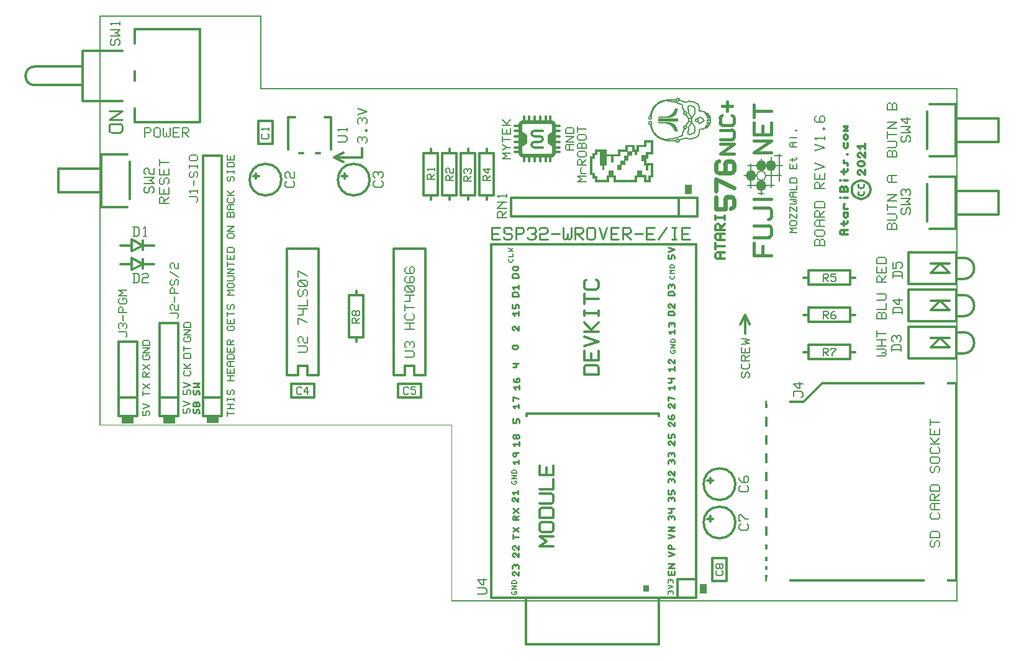
<source format=gto>
G04*
G04 Format:               Gerber RS-274X*
G04 Export Settings:      OSH Park*
G04 Layer:                TopSilkscreen*
G04 This File Name:       576NUC_FujiNet_V1.6.gto*
G04 Source File Name:     576NUC_FujiNet_V1.6.rrb*
G04 Unique ID:            d1145678-c053-40f8-9390-8959fa1d921f*
G04 Generated Date:       Saturday, 09 October 2021 17:44:57*
G04*
G04 Created Using:        Robot Room Copper Connection v3.0.5875*
G04 Software Contact:     http://www.robotroom.com/CopperConnection/Support.aspx*
G04 License Number:       2194*
G04*
G04 Zero Suppression:     Leading*
G04 Number Precision:     2.4*
G04*
%FSLAX24Y24*%
%MOIN*%
%LNTopSilkscreen*%
%ADD10C,.006*%
%ADD11C,.0062*%
%ADD12C,.007*%
%ADD13C,.0079*%
%ADD14C,.008*%
%ADD15C,.01*%
%ADD16C,.0109*%
%ADD17C,.012*%
%ADD18C,.015*%
%ADD19C,.018*%
%ADD20C,.02*%
%ADD21C,.0225*%
%ADD22C,.056*%
%ADD23C,.063*%
%ADD24C,.065*%
%ADD25C,.075*%
%ADD26C,.084*%
%ADD27C,.1*%
%ADD28C,.115*%
%ADD29C,.13*%
%ADD30C,.15*%
%ADD31R,.006X.006*%
%ADD32R,.056X.056*%
%ADD33R,.065X.065*%
%ADD34R,.13X.13*%
%ADD35R,.035X.035*%
%ADD36R,.04X.06*%
%ADD37R,.059X.035*%
%ADD38R,.07X.027*%
%ADD39R,.07X.04*%
%ADD40R,.07X.05*%
%ADD41R,.12X.07*%
%ADD42R,.13X.065*%
G36*
G01X29180Y830D02*
X29480D01*
Y480D01*
X29180D01*
Y830D01*
G37*
G36*
X31390Y22370D02*
X31760D01*
Y21870D01*
X31390D01*
Y22370D01*
G37*
G36*
X32210Y900D02*
X32580D01*
Y400D01*
X32210D01*
Y900D01*
G37*
G36*
X1180Y9840D02*
X1810D01*
Y9520D01*
X1180D01*
Y9840D01*
G37*
G36*
X3390Y9840D02*
X4020D01*
Y9520D01*
X3390D01*
Y9840D01*
G37*
G36*
X5720Y9860D02*
X6350D01*
Y9540D01*
X5720D01*
Y9860D01*
G37*
G36*
X26560Y22810D02*
X26690D01*
Y22500D01*
X26560D01*
Y22810D01*
G37*
G36*
X26440Y24060D02*
X26570D01*
Y23750D01*
X26440D01*
Y24060D01*
G37*
G36*
X26560Y24250D02*
X26690D01*
Y23940D01*
X26560D01*
Y24250D01*
G37*
G36*
X26560Y24260D02*
X26930D01*
Y24130D01*
X26560D01*
Y24260D01*
G37*
G36*
X26440Y23000D02*
X26570D01*
Y22690D01*
X26440D01*
Y23000D01*
G37*
G36*
X27190Y24000D02*
X27940D01*
Y23880D01*
X27190D01*
Y24000D01*
G37*
G36*
X27810Y24250D02*
X27940D01*
Y23940D01*
X27810D01*
Y24250D01*
G37*
G36*
X26310Y23880D02*
X26440D01*
Y22880D01*
X26310D01*
Y23880D01*
G37*
G36*
X28190Y24500D02*
X28320D01*
Y24130D01*
X28190D01*
Y24500D01*
G37*
G36*
X28190Y24500D02*
X28620D01*
Y24380D01*
X28190D01*
Y24500D01*
G37*
G36*
X28810Y24500D02*
X29310D01*
Y24380D01*
X28810D01*
Y24500D01*
G37*
G36*
X28810Y24500D02*
X28940D01*
Y24130D01*
X28810D01*
Y24500D01*
G37*
G36*
X28710Y22870D02*
X28840D01*
Y22500D01*
X28710D01*
Y22870D01*
G37*
G36*
X29190Y22870D02*
X29320D01*
Y22500D01*
X29190D01*
Y22870D01*
G37*
G36*
X29310Y24750D02*
X29680D01*
Y24620D01*
X29310D01*
Y24750D01*
G37*
G36*
X29190Y24750D02*
X29320D01*
Y24380D01*
X29190D01*
Y24750D01*
G37*
G36*
X29560Y24750D02*
X29690D01*
Y24000D01*
X29560D01*
Y24750D01*
G37*
G36*
X29310Y24130D02*
X29680D01*
Y24000D01*
X29310D01*
Y24130D01*
G37*
G36*
X29310Y24130D02*
X29440D01*
Y23760D01*
X29310D01*
Y24130D01*
G37*
G36*
X29190Y23940D02*
X29320D01*
Y23380D01*
X29190D01*
Y23940D01*
G37*
G36*
X29060Y23940D02*
X29230D01*
Y23630D01*
X29060D01*
Y23940D01*
G37*
G36*
X29320Y23510D02*
X29690D01*
Y23380D01*
X29320D01*
Y23510D01*
G37*
G36*
X29310Y23500D02*
X29440D01*
Y23130D01*
X29310D01*
Y23500D01*
G37*
G36*
X27560Y22630D02*
X28810D01*
Y22500D01*
X27560D01*
Y22630D01*
G37*
G36*
X27560Y22870D02*
X27690D01*
Y22500D01*
X27560D01*
Y22870D01*
G37*
G36*
X29190Y22630D02*
X29560D01*
Y22500D01*
X29190D01*
Y22630D01*
G37*
G36*
X29560Y23500D02*
X29690D01*
Y22750D01*
X29560D01*
Y23500D01*
G37*
G36*
X29440Y22870D02*
X29570D01*
Y22500D01*
X29440D01*
Y22870D01*
G37*
G36*
X28940Y22880D02*
X29310D01*
Y22750D01*
X28940D01*
Y22880D01*
G37*
G36*
X27190Y22870D02*
X27320D01*
Y22500D01*
X27190D01*
Y22870D01*
G37*
G36*
X26560Y22630D02*
X27250D01*
Y22500D01*
X26560D01*
Y22630D01*
G37*
G36*
X27440Y23880D02*
X27570D01*
Y23570D01*
X27440D01*
Y23880D01*
G37*
G36*
X27310Y23120D02*
X27560D01*
Y22750D01*
X27310D01*
Y23120D01*
G37*
G36*
X28840Y23130D02*
X29090D01*
Y22750D01*
X28840D01*
Y23130D01*
G37*
G36*
X28690Y24250D02*
X28820D01*
Y23940D01*
X28690D01*
Y24250D01*
G37*
G36*
X26820Y24260D02*
X27200D01*
Y23380D01*
X26820D01*
Y24260D01*
G37*
G36*
X27940Y24250D02*
X28310D01*
Y24130D01*
X27940D01*
Y24250D01*
G37*
G36*
X28560Y24500D02*
X28690D01*
Y24130D01*
X28560D01*
Y24500D01*
G37*
G36*
X26950Y23450D02*
X27080D01*
Y23140D01*
X26950D01*
Y23450D01*
G37*
G36*
X28310Y24160D02*
X28560D01*
Y23910D01*
X28310D01*
Y24160D01*
G37*
G36*
X28120Y23910D02*
X28370D01*
Y23660D01*
X28120D01*
Y23910D01*
G37*
G36*
X27940Y23660D02*
X28190D01*
Y23410D01*
X27940D01*
Y23660D01*
G37*
G36*
X27750Y23410D02*
X28000D01*
Y23160D01*
X27750D01*
Y23410D01*
G37*
G36*
X31016Y25217D02*
X30851D01*
X30808Y25332D01*
X30794Y25346D01*
X30765Y25403D01*
X30751Y25418D01*
X30729Y25454D01*
X30643Y25540D01*
X30593Y25575D01*
X30586D01*
X30571Y25590D01*
X30478Y25626D01*
X30464D01*
X30457Y25633D01*
X30421D01*
X30414Y25640D01*
X29976D01*
Y25719D01*
X30500D01*
X30507Y25712D01*
X30564D01*
X30571Y25704D01*
X30600D01*
X30657Y25690D01*
X30686Y25676D01*
X30700D01*
X30772Y25640D01*
X30786Y25626D01*
X30815Y25611D01*
X30844Y25583D01*
X30894Y25540D01*
Y25532D01*
X30930Y25489D01*
X30944Y25454D01*
X30951Y25439D01*
X30966Y25425D01*
X31002Y25317D01*
Y25296D01*
X31009Y25289D01*
Y25253D01*
X31016Y25246D01*
Y25217D01*
G37*
G36*
X31016Y25755D02*
X29976D01*
Y25912D01*
X31016D01*
Y25755D01*
G37*
G36*
X30500Y25948D02*
X29976D01*
Y25977D01*
X29969Y25984D01*
X29976Y25991D01*
Y26027D01*
X30414D01*
X30421Y26034D01*
X30450D01*
X30478Y26041D01*
X30507Y26056D01*
X30557Y26070D01*
X30571Y26084D01*
X30614Y26106D01*
X30629Y26120D01*
X30729Y26221D01*
X30751Y26242D01*
X30779Y26285D01*
X30786Y26307D01*
X30794Y26321D01*
X30808Y26335D01*
X30815Y26350D01*
Y26364D01*
X30844Y26421D01*
Y26436D01*
X30851Y26450D01*
X31016D01*
Y26421D01*
X31009Y26414D01*
Y26378D01*
X30994Y26321D01*
X30980Y26292D01*
X30966Y26242D01*
X30951Y26228D01*
Y26214D01*
X30916Y26156D01*
X30887Y26127D01*
X30851Y26084D01*
X30844D01*
X30772Y26027D01*
X30708Y25998D01*
X30657Y25977D01*
X30607Y25970D01*
X30600Y25963D01*
X30571D01*
X30564Y25955D01*
X30507D01*
X30500Y25948D01*
G37*
G36*
G75*
X35488Y22591D02*
G02I0J-281D01*
G37*
G36*
G01X35494Y23662D02*
G02I0J-281D01*
G37*
G36*
G01X34945Y23126D02*
G02I0J-281D01*
G37*
G36*
G01X36015Y23662D02*
G02I0J-281D01*
G37*
D10*
G01X33379Y1605D02*
X33443Y1541D01*
Y1414D01*
X33379Y1350D01*
X33124D01*
X33060Y1414D01*
Y1541D01*
X33124Y1605D01*
X33251Y1924D02*
X33315Y1988D01*
X33379D01*
X33443Y1924D01*
Y1796D01*
X33379Y1733D01*
X33315D01*
X33251Y1796D01*
X33188Y1733D01*
X33124D01*
X33060Y1796D01*
Y1924D01*
X33124Y1988D01*
X33188D01*
X33251Y1924D01*
Y1796D01*
X16565Y11161D02*
X16501Y11098D01*
X16374D01*
X16310Y11161D01*
Y11416D01*
X16374Y11480D01*
X16501D01*
X16565Y11416D01*
X16947Y11480D02*
X16693D01*
Y11352D01*
X16884D01*
X16947Y11289D01*
Y11161D01*
X16884Y11098D01*
X16756D01*
X16693Y11161D01*
X10825D02*
X10761Y11098D01*
X10634D01*
X10570Y11161D01*
Y11416D01*
X10634Y11480D01*
X10761D01*
X10825Y11416D01*
X11207Y11225D02*
X10952D01*
Y11289D01*
X11144Y11480D01*
Y11098D01*
X8999Y25085D02*
X9062Y25021D01*
Y24894D01*
X8999Y24830D01*
X8744D01*
X8680Y24894D01*
Y25021D01*
X8744Y25085D01*
Y25276D02*
X8680Y25340D01*
X9062D01*
Y25276D02*
Y25404D01*
X2281Y10197D02*
Y9942D01*
X2472D01*
Y10134D01*
G74*
G02X2536Y10197I64J0D01*
G01X2600D01*
G02X2663Y10134I0J64D01*
G01Y10006D01*
G02X2600Y9942I64J0D01*
G01X2281Y10325D02*
X2663Y10452D01*
X2281Y10580D01*
Y11004D02*
Y11259D01*
Y11132D02*
X2663D01*
X2281Y11387D02*
X2663Y11642D01*
Y11387D02*
X2281Y11642D01*
Y12033D02*
X2663D01*
X2281D02*
Y12224D01*
G02X2345Y12288I64J0D01*
G01X2408D01*
G02X2472Y12224I0J64D01*
G01Y12033D01*
Y12097D02*
X2663Y12288D01*
X2281Y12416D02*
X2663Y12671D01*
Y12416D02*
X2281Y12671D01*
X2472Y13145D02*
Y13209D01*
X2600D01*
G02X2663Y13145I0J64D01*
G01Y13018D01*
G02X2600Y12954I64J0D01*
G01X2345D01*
G02X2281Y13018I0J64D01*
G01Y13145D01*
G02X2345Y13209I64J0D01*
G01X2663Y13337D02*
X2281D01*
X2663Y13592D01*
X2281D01*
Y13719D02*
Y13910D01*
G02X2345Y13974I64J0D01*
G01X2600D01*
G02X2663Y13910I0J64D01*
G01Y13719D01*
X2281D01*
X4472Y11328D02*
Y11073D01*
X4664D01*
Y11264D01*
G02X4727Y11328I64J0D01*
G01X4791D01*
G02X4855Y11264I0J64D01*
G01Y11137D01*
G02X4791Y11073I64J0D01*
G01X4472Y11455D02*
X4855Y11583D01*
X4472Y11710D01*
X4461Y10333D02*
Y10078D01*
X4652D01*
Y10269D01*
G02X4716Y10333I64J0D01*
G01X4780D01*
G02X4843Y10269I0J64D01*
G01Y10142D01*
G02X4780Y10078I64J0D01*
G01X4461Y10461D02*
X4843Y10588D01*
X4461Y10716D01*
X4803Y12355D02*
G02X4867Y12291I0J64D01*
G01Y12164D01*
G02X4803Y12100I64J0D01*
G01X4548D01*
G02X4484Y12164I0J64D01*
G01Y12291D01*
G02X4548Y12355I64J0D01*
G01X4484Y12482D02*
X4867D01*
X4484Y12737D02*
X4675Y12546D01*
X4867Y12737D01*
X4675Y12482D02*
Y12546D01*
X4484Y13037D02*
Y13229D01*
G02X4548Y13292I64J0D01*
G01X4803D01*
G02X4867Y13229I0J64D01*
G01Y13037D01*
X4484D01*
Y13420D02*
Y13675D01*
Y13547D02*
X4867D01*
X4687Y14111D02*
Y14174D01*
X4814D01*
G02X4878Y14111I0J64D01*
G01Y13983D01*
G02X4814Y13919I64J0D01*
G01X4559D01*
G02X4496Y13983I0J64D01*
G01Y14111D01*
G02X4559Y14174I64J0D01*
G01X4878Y14302D02*
X4496D01*
X4878Y14557D01*
X4496D01*
Y14684D02*
Y14876D01*
G02X4559Y14939I64J0D01*
G01X4814D01*
G02X4878Y14876I0J64D01*
G01Y14684D01*
X4496D01*
X6822Y9924D02*
Y10179D01*
Y10051D02*
X7205D01*
X6822Y10306D02*
X7205D01*
X7014D02*
Y10561D01*
X6822D02*
X7205D01*
X6822Y10753D02*
Y10880D01*
Y10816D02*
X7205D01*
Y10753D02*
Y10880D01*
X7014Y11263D02*
G02X7077Y11326I64J0D01*
G01X7141D01*
G02X7205Y11263I0J64D01*
G01Y11135D01*
G02X7141Y11071I64J0D01*
G01X7014Y11263D02*
Y11135D01*
G02X6950Y11071I64J0D01*
G01X6886D01*
G02X6822Y11135I0J64D01*
G01Y11263D01*
G02X6886Y11326I64J0D01*
G01X6822Y11836D02*
X7205D01*
X7014D02*
Y12091D01*
X6822D02*
X7205D01*
X6822Y12474D02*
Y12219D01*
X7205D01*
Y12474D01*
X7014Y12219D02*
Y12410D01*
X7205Y12601D02*
X6886D01*
G02X6822Y12665I0J64D01*
G01Y12793D01*
G02X6886Y12856I64J0D01*
G01X7205D01*
X7014Y12601D02*
Y12856D01*
X6822Y12984D02*
Y13175D01*
G02X6886Y13239I64J0D01*
G01X7141D01*
G02X7205Y13175I0J64D01*
G01Y12984D01*
X6822D01*
Y13621D02*
Y13366D01*
X7205D01*
Y13621D01*
X7014Y13366D02*
Y13558D01*
X6822Y13749D02*
X7205D01*
X6822D02*
Y13940D01*
G02X6886Y14004I64J0D01*
G01X6950D01*
G02X7014Y13940I0J64D01*
G01Y13749D01*
Y13813D02*
X7205Y14004D01*
X7014Y14705D02*
Y14769D01*
X7141D01*
G02X7205Y14705I0J64D01*
G01Y14578D01*
G02X7141Y14514I64J0D01*
G01X6886D01*
G02X6822Y14578I0J64D01*
G01Y14705D01*
G02X6886Y14769I64J0D01*
G01X6822Y15151D02*
Y14896D01*
X7205D01*
Y15151D01*
X7014Y14896D02*
Y15088D01*
X6822Y15279D02*
Y15534D01*
Y15406D02*
X7205D01*
X7014Y15853D02*
G02X7077Y15916I64J0D01*
G01X7141D01*
G02X7205Y15853I0J64D01*
G01Y15725D01*
G02X7141Y15661I64J0D01*
G01X7014Y15853D02*
Y15725D01*
G02X6950Y15661I64J0D01*
G01X6886D01*
G02X6822Y15725I0J64D01*
G01Y15853D01*
G02X6886Y15916I64J0D01*
G01X7205Y16426D02*
X6822D01*
X7014Y16554D01*
X6822Y16681D01*
X7205D01*
X7141Y16809D02*
X6886D01*
G02X6822Y16873I0J64D01*
G01Y17000D01*
G02X6886Y17064I64J0D01*
G01X7141D01*
G02X7205Y17000I0J64D01*
G01Y16873D01*
G02X7141Y16809I64J0D01*
G01X6822Y17446D02*
X7141D01*
G02X7205Y17383I0J64D01*
G01Y17255D01*
G02X7141Y17191I64J0D01*
G01X6822D01*
X7205Y17574D02*
X6822D01*
X7205Y17829D01*
X6822D01*
Y17956D02*
Y18211D01*
Y18084D02*
X7205D01*
X6822Y18594D02*
Y18339D01*
X7205D01*
Y18594D01*
X7014Y18339D02*
Y18530D01*
X6822Y18721D02*
Y18913D01*
G02X6886Y18976I64J0D01*
G01X7141D01*
G02X7205Y18913I0J64D01*
G01Y18721D01*
X6822D01*
X7141Y19486D02*
X6886D01*
G02X6822Y19550I0J64D01*
G01Y19678D01*
G02X6886Y19741I64J0D01*
G01X7141D01*
G02X7205Y19678I0J64D01*
G01Y19550D01*
G02X7141Y19486I64J0D01*
G01X7205Y19869D02*
X6822D01*
X7205Y20124D01*
X6822D01*
Y20634D02*
Y20825D01*
G02X6886Y20889I64J0D01*
G01X6950D01*
G02X7014Y20825I0J64D01*
G01Y20634D01*
Y20825D02*
G02X7077Y20889I64J0D01*
G01X7141D01*
G02X7205Y20825I0J64D01*
G01Y20634D01*
X6822D01*
X7205Y21016D02*
X6886D01*
G02X6822Y21080I0J64D01*
G01Y21208D01*
G02X6886Y21271I64J0D01*
G01X7205D01*
X7014Y21016D02*
Y21271D01*
X7141Y21654D02*
G02X7205Y21590I0J64D01*
G01Y21463D01*
G02X7141Y21399I64J0D01*
G01X6886D01*
G02X6822Y21463I0J64D01*
G01Y21590D01*
G02X6886Y21654I64J0D01*
G01X6822Y21781D02*
X7205D01*
X6822Y22036D02*
X7014Y21845D01*
X7205Y22036D01*
X7014Y21781D02*
Y21845D01*
Y22738D02*
G02X7077Y22801I64J0D01*
G01X7141D01*
G02X7205Y22738I0J64D01*
G01Y22610D01*
G02X7141Y22546I64J0D01*
G01X7014Y22738D02*
Y22610D01*
G02X6950Y22546I64J0D01*
G01X6886D01*
G02X6822Y22610I0J64D01*
G01Y22738D01*
G02X6886Y22801I64J0D01*
G01X6822Y22993D02*
Y23120D01*
Y23056D02*
X7205D01*
Y22993D02*
Y23120D01*
X6822Y23311D02*
Y23503D01*
G02X6886Y23566I64J0D01*
G01X7141D01*
G02X7205Y23503I0J64D01*
G01Y23311D01*
X6822D01*
Y23949D02*
Y23694D01*
X7205D01*
Y23949D01*
X7014Y23694D02*
Y23885D01*
X37404Y19782D02*
X37022D01*
X37213Y19909D01*
X37022Y20037D01*
X37404D01*
X37341Y20164D02*
X37086D01*
G02X37022Y20228I0J64D01*
G01Y20356D01*
G02X37086Y20419I64J0D01*
G01X37341D01*
G02X37404Y20356I0J64D01*
G01Y20228D01*
G02X37341Y20164I64J0D01*
G01X37022Y20547D02*
Y20802D01*
X37404Y20547D01*
Y20802D01*
X37022Y20929D02*
Y21184D01*
X37404Y20929D01*
Y21184D01*
X37022Y21567D02*
X37341D01*
G02X37404Y21503I0J64D01*
X37341Y21439I64J0D01*
G01X37213D01*
X37341D01*
G02X37404Y21376I0J64D01*
X37341Y21312I64J0D01*
G01X37022D01*
X37404Y21694D02*
X37086D01*
G02X37022Y21758I0J64D01*
G01Y21886D01*
G02X37086Y21949I64J0D01*
G01X37404D01*
X37213Y21694D02*
Y21949D01*
X37022Y22077D02*
X37404D01*
Y22332D01*
X37022Y22459D02*
Y22651D01*
G02X37086Y22714I64J0D01*
G01X37341D01*
G02X37404Y22651I0J64D01*
G01Y22459D01*
X37022D01*
Y23479D02*
Y23224D01*
X37404D01*
Y23479D01*
X37213Y23224D02*
Y23416D01*
X37341Y23830D02*
G02X37404Y23766I0J64D01*
G01Y23734D01*
G02X37341Y23671I64J0D01*
G01X37022D01*
X37149Y23607D02*
Y23798D01*
X37404Y24372D02*
X37086D01*
G02X37022Y24436I0J64D01*
G01Y24563D01*
G02X37086Y24627I64J0D01*
G01X37404D01*
X37213Y24372D02*
Y24627D01*
X37022Y24882D02*
X37404D01*
X37372Y25232D02*
G02X37341Y25264I0J32D01*
X37372Y25296I32J0D01*
X37404Y25264I0J32D01*
X37372Y25232I32J0D01*
G01X37357Y25264D02*
X37388D01*
D11*
X17967Y22660D02*
X17570D01*
Y22859D01*
X17636Y22925D01*
X17703D01*
X17769Y22859D01*
Y22660D01*
Y22726D02*
X17967Y22925D01*
X17636Y23124D02*
X17570Y23190D01*
X17967D01*
Y23124D02*
Y23256D01*
X18967Y22590D02*
X18570D01*
Y22789D01*
X18636Y22855D01*
X18703D01*
X18769Y22789D01*
Y22590D01*
Y22656D02*
X18967Y22855D01*
X18636Y22988D02*
X18570Y23054D01*
Y23186D01*
X18636Y23253D01*
X18703D01*
X18769Y23186D01*
Y23054D01*
X18835Y22988D01*
X18967D01*
Y23253D01*
X19928Y22560D02*
X19530D01*
Y22759D01*
X19596Y22825D01*
X19663D01*
X19729Y22759D01*
Y22560D01*
Y22626D02*
X19928Y22825D01*
X19596Y22958D02*
X19530Y23024D01*
Y23156D01*
X19596Y23223D01*
X19663D01*
X19729Y23156D01*
Y23090D01*
Y23156D02*
X19795Y23223D01*
X19861D01*
X19928Y23156D01*
Y23024D01*
X19861Y22958D01*
X20967Y22590D02*
X20570D01*
Y22789D01*
X20636Y22855D01*
X20703D01*
X20769Y22789D01*
Y22590D01*
Y22656D02*
X20967Y22855D01*
X20835Y23253D02*
Y22988D01*
X20769D01*
X20570Y23186D01*
X20967D01*
X38830Y17143D02*
Y17540D01*
X39029D01*
X39095Y17474D01*
Y17408D01*
X39029Y17341D01*
X38830D01*
X38896D02*
X39095Y17143D01*
X39493Y17540D02*
X39228D01*
Y17408D01*
X39426D01*
X39493Y17341D01*
Y17209D01*
X39426Y17143D01*
X39294D01*
X39228Y17209D01*
X38830Y15143D02*
Y15540D01*
X39029D01*
X39095Y15474D01*
Y15407D01*
X39029Y15341D01*
X38830D01*
X38896D02*
X39095Y15143D01*
X39228Y15275D02*
X39294Y15341D01*
X39426D01*
X39493Y15275D01*
Y15209D01*
X39426Y15143D01*
X39294D01*
X39228Y15209D01*
Y15275D01*
Y15407D01*
X39360Y15540D01*
X39426D01*
X38830Y13143D02*
Y13540D01*
X39029D01*
X39095Y13474D01*
Y13407D01*
X39029Y13341D01*
X38830D01*
X38896D02*
X39095Y13143D01*
X39228Y13474D02*
Y13540D01*
X39493D01*
Y13474D01*
X39294Y13275D01*
Y13143D01*
X13927Y14920D02*
X13530D01*
Y15119D01*
X13596Y15185D01*
X13663D01*
X13729Y15119D01*
Y14920D01*
Y14986D02*
X13927Y15185D01*
X13729Y15516D02*
X13795Y15582D01*
X13861D01*
X13927Y15516D01*
Y15384D01*
X13861Y15317D01*
X13795D01*
X13729Y15384D01*
X13663Y15317D01*
X13596D01*
X13530Y15384D01*
Y15516D01*
X13596Y15582D01*
X13663D01*
X13729Y15516D01*
Y15384D01*
D12*
X1000Y14457D02*
X1372D01*
G02X1446Y14383I0J74D01*
G01Y14234D01*
G02X1372Y14160I74J0D01*
G01X1074Y14606D02*
G02X1000Y14681I0J74D01*
G01Y14829D01*
G02X1074Y14904I74J0D01*
G01X1149D01*
G02X1223Y14829I0J74D01*
G01Y14755D01*
Y14829D02*
G02X1298Y14904I74J0D01*
G01X1372D01*
G02X1446Y14829I0J74D01*
G01Y14681D01*
G02X1372Y14606I74J0D01*
G01X1223Y15052D02*
Y15350D01*
X1000Y15499D02*
X1446D01*
X1000D02*
Y15722D01*
G02X1074Y15796I74J0D01*
G01X1149D01*
G02X1223Y15722I0J74D01*
G01Y15499D01*
Y16168D02*
Y16242D01*
X1372D01*
G02X1446Y16168I0J74D01*
G01Y16019D01*
G02X1372Y15945I74J0D01*
G01X1074D01*
G02X1000Y16019I0J74D01*
G01Y16168D01*
G02X1074Y16242I74J0D01*
G01X1446Y16391D02*
X1000D01*
X1223Y16540D01*
X1000Y16689D01*
X1446D01*
X3766Y15467D02*
X4137D01*
G02X4212Y15393I0J74D01*
G01Y15244D01*
G02X4137Y15170I74J0D01*
G01X3840Y15616D02*
G02X3766Y15691I0J74D01*
G01Y15839D01*
G02X3840Y15914I74J0D01*
G01X3914D01*
G02X3989Y15839I0J74D01*
G01Y15691D01*
X4063Y15616D02*
G02X3989Y15691I0J74D01*
G01X4063Y15616D02*
X4212D01*
Y15914D01*
X3989Y16062D02*
Y16360D01*
X3766Y16509D02*
X4212D01*
X3766D02*
Y16732D01*
G02X3840Y16806I74J0D01*
G01X3914D01*
G02X3989Y16732I0J74D01*
G01Y16509D01*
Y17178D02*
G02X4063Y17252I74J0D01*
G01X4137D01*
G02X4212Y17178I0J74D01*
G01Y17029D01*
G02X4137Y16955I74J0D01*
G01X3989Y17178D02*
Y17029D01*
G02X3914Y16955I74J0D01*
G01X3840D01*
G02X3766Y17029I0J74D01*
G01Y17178D01*
G02X3840Y17252I74J0D01*
G01X4212Y17401D02*
X3766Y17699D01*
X3840Y17847D02*
G02X3766Y17922I0J74D01*
G01Y18071D01*
G02X3840Y18145I74J0D01*
G01X3914D01*
G02X3989Y18071I0J74D01*
G01Y17922D01*
X4063Y17847D02*
G02X3989Y17922I0J74D01*
G01X4063Y17847D02*
X4212D01*
Y18145D01*
X4801Y21709D02*
X5173D01*
G02X5247Y21634I0J74D01*
G01Y21485D01*
G02X5173Y21411I74J0D01*
G01X4876Y21932D02*
X4801Y22006D01*
X5247D01*
Y21932D02*
Y22080D01*
X5024Y22304D02*
Y22601D01*
Y22973D02*
G02X5099Y23047I74J0D01*
G01X5173D01*
G02X5247Y22973I0J74D01*
G01Y22824D01*
G02X5173Y22750I74J0D01*
G01X5024Y22973D02*
Y22824D01*
G02X4950Y22750I74J0D01*
G01X4876D01*
G02X4801Y22824I0J74D01*
G01Y22973D01*
G02X4876Y23047I74J0D01*
G01X4801Y23270D02*
Y23419D01*
Y23345D02*
X5247D01*
Y23270D02*
Y23419D01*
X5173Y23642D02*
X4876D01*
G02X4801Y23717I0J74D01*
G01Y23865D01*
G02X4876Y23940I74J0D01*
G01X5173D01*
G02X5247Y23865I0J74D01*
G01Y23717D01*
G02X5173Y23642I74J0D01*
G01X34652Y12205D02*
X34653Y12217D01*
X34656Y12229D01*
X34661Y12240D01*
X34667Y12251D01*
X34676Y12260D01*
X34686Y12269D01*
X34697Y12276D01*
X34710Y12282D01*
X34723Y12287D01*
X34737Y12289D01*
X34752Y12290D01*
X34763Y12289D01*
X34774Y12287D01*
X34785Y12284D01*
X34795Y12279D01*
X34805Y12272D01*
X34814Y12265D01*
X34823Y12256D01*
X34831Y12246D01*
X34839Y12235D01*
X34845Y12223D01*
X34851Y12210D01*
X34855Y12197D01*
X34859Y12183D01*
X34862Y12169D01*
X34863Y12141D01*
Y12127D01*
X34862Y12112D01*
X34860Y12098D01*
X34858Y12084D01*
X34855Y12071D01*
X34851Y12059D01*
X34847Y12048D01*
X34842Y12037D01*
X34836Y12028D01*
X34831Y12020D01*
X34824Y12013D01*
X34818Y12008D01*
X34811Y12004D01*
X34804Y12001D01*
X34797Y12000D01*
X34652Y12205D02*
X34633Y12104D01*
X34632Y12090D01*
X34629Y12076D01*
X34625Y12062D01*
X34619Y12049D01*
X34612Y12037D01*
X34603Y12026D01*
X34593Y12017D01*
X34582Y12008D01*
X34570Y12002D01*
X34557Y11997D01*
X34544Y11994D01*
X34529Y11993D01*
X34518D01*
X34507Y11996D01*
X34496Y11999D01*
X34486Y12004D01*
X34476Y12010D01*
X34466Y12018D01*
X34458Y12027D01*
X34449Y12037D01*
X34442Y12048D01*
X34436Y12060D01*
X34430Y12072D01*
X34425Y12086D01*
X34422Y12100D01*
X34419Y12114D01*
X34417Y12141D01*
X34418Y12156D01*
X34419Y12171D01*
X34420Y12185D01*
X34423Y12198D01*
X34426Y12212D01*
X34430Y12224D01*
X34434Y12235D01*
X34439Y12246D01*
X34444Y12255D01*
X34450Y12263D01*
X34456Y12270D01*
X34463Y12275D01*
X34469Y12279D01*
X34476Y12282D01*
X34484Y12283D01*
X34834Y12736D02*
X34838Y12735D01*
X34841Y12733D01*
X34845Y12728D01*
X34848Y12722D01*
X34852Y12714D01*
X34855Y12705D01*
X34857Y12694D01*
X34859Y12682D01*
X34861Y12669D01*
X34862Y12656D01*
X34863Y12641D01*
Y12625D01*
Y12612D01*
X34861Y12600D01*
X34859Y12588D01*
X34855Y12575D01*
X34851Y12563D01*
X34846Y12552D01*
X34839Y12540D01*
X34832Y12529D01*
X34824Y12519D01*
X34815Y12509D01*
X34805Y12499D01*
X34794Y12490D01*
X34783Y12482D01*
X34771Y12474D01*
X34759Y12467D01*
X34746Y12461D01*
X34732Y12455D01*
X34719Y12451D01*
X34704Y12447D01*
X34690Y12444D01*
X34675Y12441D01*
X34660Y12440D01*
X34640Y12439D01*
X34625D01*
X34610Y12441D01*
X34596Y12443D01*
X34581Y12446D01*
X34567Y12449D01*
X34553Y12454D01*
X34539Y12459D01*
X34526Y12465D01*
X34513Y12472D01*
X34501Y12480D01*
X34490Y12488D01*
X34479Y12496D01*
X34469Y12506D01*
X34460Y12516D01*
X34451Y12526D01*
X34444Y12537D01*
X34437Y12548D01*
X34431Y12560D01*
X34427Y12572D01*
X34423Y12584D01*
X34420Y12596D01*
X34418Y12608D01*
X34417Y12625D01*
Y12639D01*
X34418Y12653D01*
X34419Y12667D01*
X34421Y12680D01*
X34423Y12692D01*
X34426Y12703D01*
X34429Y12713D01*
X34432Y12721D01*
X34435Y12727D01*
X34439Y12732D01*
X34443Y12735D01*
X34447Y12736D01*
X34863Y12885D02*
X34417D01*
Y13108D01*
X34418Y13118D01*
X34421Y13127D01*
X34426Y13136D01*
X34432Y13145D01*
X34440Y13153D01*
X34449Y13160D01*
X34460Y13167D01*
X34472Y13172D01*
X34485Y13177D01*
X34498Y13180D01*
X34512Y13182D01*
X34529Y13183D01*
X34543Y13182D01*
X34557Y13180D01*
X34571Y13177D01*
X34584Y13173D01*
X34596Y13168D01*
X34607Y13161D01*
X34617Y13154D01*
X34625Y13146D01*
X34631Y13138D01*
X34636Y13129D01*
X34639Y13119D01*
X34640Y13108D01*
Y12885D01*
Y13034D02*
X34863Y13183D01*
X34417Y13629D02*
Y13331D01*
X34863D01*
Y13629D01*
X34640Y13331D02*
Y13555D01*
X34417Y13778D02*
X34863Y13833D01*
X34603Y13926D01*
X34863Y14019D01*
X34417Y14075D01*
X22038Y23760D02*
X21592D01*
X21815Y23909D01*
X21592Y24058D01*
X22038D01*
X21592Y24206D02*
X21815Y24355D01*
X21592Y24504D01*
X21815Y24355D02*
X22038D01*
X21592Y24652D02*
Y24950D01*
Y24801D02*
X22038D01*
X21592Y25396D02*
Y25099D01*
X22038D01*
Y25396D01*
X21815Y25099D02*
Y25322D01*
X21592Y25545D02*
X22038D01*
X21592Y25842D02*
X21815Y25619D01*
X22038Y25842D01*
X21815Y25545D02*
Y25619D01*
X25433Y24220D02*
X25061D01*
G02X24986Y24294I0J74D01*
G01Y24443D01*
G02X25061Y24517I74J0D01*
G01X25433D01*
X25209Y24220D02*
Y24517D01*
X25433Y24666D02*
X24986D01*
X25433Y24963D01*
X24986D01*
Y25112D02*
Y25335D01*
G02X25061Y25410I74J0D01*
G01X25358D01*
G02X25433Y25335I0J74D01*
G01Y25112D01*
X24986D01*
X26086Y22520D02*
X25640D01*
X25863Y22669D01*
X25640Y22818D01*
X26086D01*
X25789Y22967D02*
X26086D01*
X25863D02*
G02X25789Y23041I0J74D01*
G01Y23190D01*
G02X25863Y23264I74J0D01*
G01X25640Y23413D02*
X26086D01*
X25640D02*
Y23636D01*
G02X25714Y23710I74J0D01*
G01X25789D01*
G02X25863Y23636I0J74D01*
G01Y23413D01*
Y23487D02*
X26086Y23710D01*
X26012Y23859D02*
X25714D01*
G02X25640Y23934I0J74D01*
G01Y24082D01*
G02X25714Y24157I74J0D01*
G01X26012D01*
G02X26086Y24082I0J74D01*
G01Y23934D01*
G02X26012Y23859I74J0D01*
G01X25640Y24305D02*
Y24529D01*
G02X25714Y24603I74J0D01*
G01X25789D01*
G02X25863Y24529I0J74D01*
G01Y24305D01*
Y24529D02*
G02X25937Y24603I74J0D01*
G01X26012D01*
G02X26086Y24529I0J74D01*
G01Y24305D01*
X25640D01*
X26012Y24752D02*
X25714D01*
G02X25640Y24826I0J74D01*
G01Y24975D01*
G02X25714Y25049I74J0D01*
G01X26012D01*
G02X26086Y24975I0J74D01*
G01Y24826D01*
G02X26012Y24752I74J0D01*
G01X25640Y25198D02*
Y25495D01*
Y25347D02*
X26086D01*
D13*
X41700Y13505D02*
X42119D01*
G02X42203Y13421I0J84D01*
X42119Y13337I84J0D01*
G01X41951D01*
X42119D01*
G02X42203Y13254I0J84D01*
X42119Y13170I84J0D01*
G01X41700D01*
Y13673D02*
X42203D01*
X41951D02*
Y14008D01*
X41700D02*
X42203D01*
X41700Y14175D02*
Y14510D01*
Y14343D02*
X42203D01*
X41700Y15160D02*
Y15411D01*
G02X41784Y15495I84J0D01*
G01X41868D01*
G02X41951Y15411I0J84D01*
G01Y15160D01*
Y15411D02*
G02X42035Y15495I84J0D01*
G01X42119D01*
G02X42203Y15411I0J84D01*
G01Y15160D01*
X41700D01*
Y15663D02*
X42203D01*
Y15998D01*
X41700Y16500D02*
X42119D01*
G02X42203Y16416I0J84D01*
G01Y16249D01*
G02X42119Y16165I84J0D01*
G01X41700D01*
Y17110D02*
X42203D01*
X41700D02*
Y17361D01*
G02X41784Y17445I84J0D01*
G01X41868D01*
G02X41951Y17361I0J84D01*
G01Y17110D01*
Y17194D02*
X42203Y17445D01*
X41700Y17948D02*
Y17613D01*
X42203D01*
Y17948D01*
X41951Y17613D02*
Y17864D01*
X41700Y18115D02*
Y18366D01*
G02X41784Y18450I84J0D01*
G01X42119D01*
G02X42203Y18366I0J84D01*
G01Y18115D01*
X41700D01*
X16370Y13416D02*
X16789D01*
G02X16872Y13332I0J84D01*
G01Y13164D01*
G02X16789Y13081I84J0D01*
G01X16370D01*
X16454Y13583D02*
G02X16370Y13667I0J84D01*
G01Y13834D01*
G02X16454Y13918I84J0D01*
G01X16537D01*
G02X16621Y13834I0J84D01*
G01Y13751D01*
Y13834D02*
G02X16705Y13918I84J0D01*
G01X16789D01*
G02X16872Y13834I0J84D01*
G01Y13667D01*
G02X16789Y13583I84J0D01*
G01X16370Y14588D02*
X16872D01*
X16621D02*
Y14923D01*
X16370D02*
X16872D01*
X16789Y15426D02*
G02X16872Y15342I0J84D01*
G01Y15174D01*
G02X16789Y15091I84J0D01*
G01X16454D01*
G02X16370Y15174I0J84D01*
G01Y15342D01*
G02X16454Y15426I84J0D01*
G01X16370Y15593D02*
Y15928D01*
Y15761D02*
X16872D01*
Y16431D02*
X16370D01*
Y16096D02*
X16621D01*
Y16431D01*
X16789Y16598D02*
X16454D01*
G02X16370Y16682I0J84D01*
G01Y16849D01*
G02X16454Y16933I84J0D01*
G01X16789D01*
G02X16872Y16849I0J84D01*
G01Y16682D01*
G02X16789Y16598I84J0D01*
G01X16454Y16933D01*
X16705Y17101D02*
G02X16621Y17184I0J84D01*
G01Y17352D01*
G02X16705Y17436I84J0D01*
G01X16789D01*
G02X16872Y17352I0J84D01*
G01Y17184D01*
G02X16789Y17101I84J0D01*
G01X16454D01*
G02X16370Y17184I0J84D01*
G01Y17352D01*
G02X16454Y17436I84J0D01*
G01X16705Y17603D02*
G02X16621Y17687I0J84D01*
G01Y17854D01*
G02X16705Y17938I84J0D01*
G01X16789D01*
G02X16872Y17854I0J84D01*
G01Y17687D01*
G02X16789Y17603I84J0D01*
G01X16454D01*
G02X16370Y17687I0J84D01*
G01Y17854D01*
G02X16454Y17938I84J0D01*
G01X2799Y21910D02*
X2882Y21994D01*
Y22161D01*
X2799Y22245D01*
X2715D01*
X2631Y22161D01*
Y21994D01*
X2547Y21910D01*
X2464D01*
X2380Y21994D01*
Y22161D01*
X2464Y22245D01*
X2380Y22748D02*
X2882D01*
X2715Y22580D01*
X2882Y22413D01*
X2380D01*
X2631Y22580D02*
X2715D01*
X2464Y22915D02*
X2380Y22999D01*
Y23166D01*
X2464Y23250D01*
X2547D01*
X2631Y23166D01*
Y22999D01*
X2715Y22915D01*
X2882D01*
Y23250D01*
X43419Y24640D02*
X43502Y24724D01*
Y24891D01*
X43419Y24975D01*
X43335D01*
X43251Y24891D01*
Y24724D01*
X43167Y24640D01*
X43084D01*
X43000Y24724D01*
Y24891D01*
X43084Y24975D01*
X43000Y25478D02*
X43502D01*
X43335Y25310D01*
X43502Y25143D01*
X43000D01*
X43251Y25310D02*
X43335D01*
Y25980D02*
Y25645D01*
X43251D01*
X43000Y25896D01*
X43502D01*
X43419Y20770D02*
X43502Y20854D01*
Y21021D01*
X43419Y21105D01*
X43335D01*
X43251Y21021D01*
Y20854D01*
X43167Y20770D01*
X43084D01*
X43000Y20854D01*
Y21021D01*
X43084Y21105D01*
X43000Y21608D02*
X43502D01*
X43335Y21440D01*
X43502Y21273D01*
X43000D01*
X43251Y21440D02*
X43335D01*
X43084Y21775D02*
X43000Y21859D01*
Y22026D01*
X43084Y22110D01*
X43167D01*
X43251Y22026D01*
Y21942D01*
Y22026D02*
X43335Y22110D01*
X43419D01*
X43502Y22026D01*
Y21859D01*
X43419Y21775D01*
X37220Y10994D02*
Y11245D01*
X37639D01*
X37723Y11161D01*
Y10994D01*
X37639Y10910D01*
X37555Y11748D02*
Y11413D01*
X37471D01*
X37220Y11664D01*
X37723D01*
X12750Y24995D02*
X13169D01*
X13252Y24911D01*
Y24744D01*
X13169Y24660D01*
X12750D01*
X12834Y25246D02*
X12750Y25330D01*
X13252D01*
Y25246D02*
Y25414D01*
X20250Y685D02*
X20669D01*
X20752Y601D01*
Y434D01*
X20669Y350D01*
X20250D01*
X20585Y1188D02*
Y853D01*
X20501D01*
X20250Y1104D01*
X20752D01*
X42500Y13410D02*
Y13661D01*
X42584Y13745D01*
X42919D01*
X43003Y13661D01*
Y13410D01*
X42500Y13494D02*
X43003D01*
X42584Y13913D02*
X42500Y13996D01*
Y14164D01*
X42584Y14248D01*
X42668D01*
X42751Y14164D01*
Y14080D01*
Y14164D02*
X42835Y14248D01*
X42919D01*
X43003Y14164D01*
Y13996D01*
X42919Y13913D01*
X42550Y15410D02*
Y15661D01*
X42634Y15745D01*
X42969D01*
X43053Y15661D01*
Y15410D01*
X42550Y15494D02*
X43053D01*
X42885Y16248D02*
Y15912D01*
X42801D01*
X42550Y16164D01*
X43053D01*
X42550Y17360D02*
Y17611D01*
X42634Y17695D01*
X42969D01*
X43053Y17611D01*
Y17360D01*
X42550Y17444D02*
X43053D01*
X42550Y18198D02*
Y17863D01*
X42718D01*
Y18114D01*
X42801Y18198D01*
X42969D01*
X43053Y18114D01*
Y17946D01*
X42969Y17863D01*
X1750Y17600D02*
X2001D01*
X2085Y17516D01*
Y17181D01*
X2001Y17097D01*
X1750D01*
X1834Y17600D02*
Y17097D01*
X2252Y17516D02*
X2336Y17600D01*
X2504D01*
X2587Y17516D01*
Y17432D01*
X2504Y17349D01*
X2336D01*
X2252Y17265D01*
Y17097D01*
X2587D01*
X10359Y22545D02*
X10443Y22461D01*
Y22294D01*
X10359Y22210D01*
X10024D01*
X9940Y22294D01*
Y22461D01*
X10024Y22545D01*
Y22712D02*
X9940Y22796D01*
Y22964D01*
X10024Y23048D01*
X10108D01*
X10191Y22964D01*
Y22796D01*
X10275Y22712D01*
X10443D01*
Y23048D01*
X1750Y20100D02*
X2001D01*
X2085Y20016D01*
Y19681D01*
X2001Y19598D01*
X1750D01*
X1834Y20100D02*
Y19598D01*
X2336Y20016D02*
X2420Y20100D01*
Y19598D01*
X2336D02*
X2504D01*
X15099Y22555D02*
X15182Y22471D01*
Y22304D01*
X15099Y22220D01*
X14764D01*
X14680Y22304D01*
Y22471D01*
X14764Y22555D01*
Y22722D02*
X14680Y22806D01*
Y22974D01*
X14764Y23058D01*
X14847D01*
X14931Y22974D01*
Y22890D01*
Y22974D02*
X15015Y23058D01*
X15099D01*
X15182Y22974D01*
Y22806D01*
X15099Y22722D01*
X979Y29850D02*
X1062Y29934D01*
Y30101D01*
X979Y30185D01*
X895D01*
X811Y30101D01*
Y29934D01*
X728Y29850D01*
X644D01*
X560Y29934D01*
Y30101D01*
X644Y30185D01*
X560Y30687D02*
X1062D01*
X895Y30520D01*
X1062Y30352D01*
X560D01*
X811Y30520D02*
X895D01*
X644Y30939D02*
X560Y31022D01*
X1062D01*
Y30939D02*
Y31106D01*
X34729Y6185D02*
X34813Y6101D01*
Y5934D01*
X34729Y5850D01*
X34394D01*
X34310Y5934D01*
Y6101D01*
X34394Y6185D01*
X34645Y6352D02*
X34561Y6436D01*
Y6604D01*
X34645Y6688D01*
X34729D01*
X34813Y6604D01*
Y6436D01*
X34729Y6352D01*
X34645D01*
X34478D01*
X34310Y6520D01*
Y6604D01*
X34729Y4125D02*
X34813Y4041D01*
Y3874D01*
X34729Y3790D01*
X34394D01*
X34310Y3874D01*
Y4041D01*
X34394Y4125D01*
Y4292D02*
X34310D01*
Y4628D01*
X34394D01*
X34645Y4376D01*
X34813D01*
X21842Y20597D02*
X21340D01*
Y20849D01*
X21423Y20933D01*
X21507D01*
X21591Y20849D01*
Y20597D01*
Y20681D02*
X21842Y20933D01*
Y21100D02*
X21340D01*
X21675Y21435D01*
X21340D02*
X21842D01*
X21423Y21686D02*
X21340Y21770D01*
X21842D01*
Y21686D02*
Y21854D01*
X44814Y3130D02*
G02X44897Y3214I84J0D01*
G01X44981D01*
G02X45065Y3130I0J84D01*
G01Y2962D01*
G02X44981Y2879I84J0D01*
G01X44814Y3130D02*
Y2962D01*
G02X44730Y2879I84J0D01*
G01X44646D01*
G02X44562Y2962I0J84D01*
G01Y3130D01*
G02X44646Y3214I84J0D01*
G01X44562Y3381D02*
Y3632D01*
G02X44646Y3716I84J0D01*
G01X44981D01*
G02X45065Y3632I0J84D01*
G01Y3381D01*
X44562D01*
X44981Y4721D02*
G02X45065Y4638I0J84D01*
G01Y4470D01*
G02X44981Y4386I84J0D01*
G01X44646D01*
G02X44562Y4470I0J84D01*
G01Y4638D01*
G02X44646Y4721I84J0D01*
G01X45065Y4889D02*
X44646D01*
G02X44562Y4973I0J84D01*
G01Y5140D01*
G02X44646Y5224I84J0D01*
G01X45065D01*
X44814Y4889D02*
Y5224D01*
X44562Y5391D02*
X45065D01*
X44562D02*
Y5643D01*
G02X44646Y5726I84J0D01*
G01X44730D01*
G02X44814Y5643I0J84D01*
G01Y5391D01*
Y5475D02*
X45065Y5726D01*
X44562Y5894D02*
Y6145D01*
G02X44646Y6229I84J0D01*
G01X44981D01*
G02X45065Y6145I0J84D01*
G01Y5894D01*
X44562D01*
X44814Y7150D02*
G02X44897Y7234I84J0D01*
G01X44981D01*
G02X45065Y7150I0J84D01*
G01Y6983D01*
G02X44981Y6899I84J0D01*
G01X44814Y7150D02*
Y6983D01*
G02X44730Y6899I84J0D01*
G01X44646D01*
G02X44562Y6983I0J84D01*
G01Y7150D01*
G02X44646Y7234I84J0D01*
G01X44981Y7401D02*
X44646D01*
G02X44562Y7485I0J84D01*
G01Y7653D01*
G02X44646Y7736I84J0D01*
G01X44981D01*
G02X45065Y7653I0J84D01*
G01Y7485D01*
G02X44981Y7401I84J0D01*
G01Y8239D02*
G02X45065Y8155I0J84D01*
G01Y7988D01*
G02X44981Y7904I84J0D01*
G01X44646D01*
G02X44562Y7988I0J84D01*
G01Y8155D01*
G02X44646Y8239I84J0D01*
G01X44562Y8406D02*
X45065D01*
X44562Y8741D02*
X44814Y8490D01*
X45065Y8741D01*
X44814Y8406D02*
Y8490D01*
X44562Y9244D02*
Y8909D01*
X45065D01*
Y9244D01*
X44814Y8909D02*
Y9160D01*
X44562Y9411D02*
Y9746D01*
Y9579D02*
X45065D01*
X10630Y13690D02*
X11049D01*
G02X11132Y13606I0J84D01*
G01Y13439D01*
G02X11049Y13355I84J0D01*
G01X10630D01*
X10714Y13857D02*
G02X10630Y13941I0J84D01*
G01Y14109D01*
G02X10714Y14192I84J0D01*
G01X10797D01*
G02X10881Y14109I0J84D01*
G01Y13941D01*
X10965Y13857D02*
G02X10881Y13941I0J84D01*
G01X10965Y13857D02*
X11132D01*
Y14192D01*
X10630Y14862D02*
Y15197D01*
X11132Y14946D01*
Y15700D02*
X10630D01*
Y15365D02*
X10881D01*
Y15700D01*
X10630Y15867D02*
X11132D01*
Y16202D01*
X10881Y16621D02*
G02X10965Y16705I84J0D01*
G01X11049D01*
G02X11132Y16621I0J84D01*
G01Y16454D01*
G02X11049Y16370I84J0D01*
G01X10881Y16621D02*
Y16454D01*
G02X10797Y16370I84J0D01*
G01X10714D01*
G02X10630Y16454I0J84D01*
G01Y16621D01*
G02X10714Y16705I84J0D01*
G01X11049Y16872D02*
X10714D01*
G02X10630Y16956I0J84D01*
G01Y17124D01*
G02X10714Y17207I84J0D01*
G01X11049D01*
G02X11132Y17124I0J84D01*
G01Y16956D01*
G02X11049Y16872I84J0D01*
G01X10714Y17207D01*
X10630Y17375D02*
Y17710D01*
X11132Y17459D01*
X22176Y18357D02*
Y18273D01*
G02X22092Y18189I84J0D01*
G01X22008D01*
G02X21925Y18273I0J84D01*
G01Y18357D01*
Y18494D02*
X22176D01*
Y18662D01*
X21925Y18800D02*
X22176D01*
Y18967D02*
X22050Y18862D01*
X21925Y18967D01*
X22259Y6372D02*
Y6414D01*
X22363D01*
Y6330D01*
G02X22280Y6246I84J0D01*
G01X22196D01*
G02X22112Y6330I0J84D01*
G01Y6414D01*
X22363Y6551D02*
X22112D01*
X22363Y6719D01*
X22112D01*
Y6856D02*
Y6940D01*
G02X22196Y7024I84J0D01*
G01X22280D01*
G02X22363Y6940I0J84D01*
G01Y6856D01*
X22112D01*
X22257Y434D02*
Y475D01*
X22362D01*
Y392D01*
G02X22278Y308I84J0D01*
G01X22194D01*
G02X22110Y392I0J84D01*
G01Y475D01*
X22362Y613D02*
X22110D01*
X22362Y781D01*
X22110D01*
Y918D02*
Y1002D01*
G02X22194Y1086I84J0D01*
G01X22278D01*
G02X22362Y1002I0J84D01*
G01Y918D01*
X22110D01*
X30500Y359D02*
Y443D01*
X30501Y457D01*
X30503Y470D01*
X30508Y483D01*
X30514Y495D01*
X30521Y505D01*
X30529Y514D01*
X30538Y520D01*
X30548Y524D01*
X30563Y527D01*
X30573Y525D01*
X30583Y522D01*
X30593Y516D01*
X30602Y508D01*
X30609Y499D01*
X30616Y488D01*
X30621Y475D01*
X30624Y462D01*
X30626Y443D01*
X30627Y457D01*
X30629Y470D01*
X30633Y483D01*
X30639Y495D01*
X30646Y505D01*
X30655Y514D01*
X30664Y520D01*
X30674Y524D01*
X30688Y527D01*
X30699Y525D01*
X30709Y522D01*
X30719Y516D01*
X30727Y508D01*
X30735Y499D01*
X30741Y488D01*
X30746Y475D01*
X30750Y462D01*
X30751Y443D01*
Y359D01*
X30500Y832D02*
X30751Y748D01*
X30500Y664D01*
Y969D02*
Y1053D01*
X30501Y1067D01*
X30503Y1081D01*
X30508Y1093D01*
X30514Y1105D01*
X30521Y1115D01*
X30529Y1124D01*
X30538Y1130D01*
X30548Y1135D01*
X30563Y1137D01*
X30573Y1136D01*
X30583Y1132D01*
X30593Y1126D01*
X30602Y1119D01*
X30609Y1109D01*
X30616Y1098D01*
X30621Y1085D01*
X30624Y1072D01*
X30626Y1053D01*
X30627Y1067D01*
X30629Y1081D01*
X30633Y1093D01*
X30639Y1105D01*
X30646Y1115D01*
X30655Y1124D01*
X30664Y1130D01*
X30674Y1135D01*
X30688Y1137D01*
X30699Y1136D01*
X30709Y1132D01*
X30719Y1126D01*
X30727Y1119D01*
X30735Y1109D01*
X30741Y1098D01*
X30746Y1085D01*
X30750Y1072D01*
X30751Y1053D01*
Y969D01*
X30773Y13412D02*
Y13454D01*
X30878D01*
Y13370D01*
G02X30794Y13286I84J0D01*
G01X30710D01*
G02X30626Y13370I0J84D01*
G01Y13454D01*
X30878Y13591D02*
X30626D01*
X30878Y13759D01*
X30626D01*
Y13897D02*
Y13980D01*
G02X30710Y14064I84J0D01*
G01X30794D01*
G02X30878Y13980I0J84D01*
G01Y13897D01*
X30626D01*
X30836Y17453D02*
Y17369D01*
G02X30753Y17285I84J0D01*
G01X30669D01*
G02X30585Y17369I0J84D01*
G01Y17453D01*
X30836Y17590D02*
X30585D01*
Y17603D01*
X30669Y17674D01*
X30585Y17745D01*
Y17758D01*
X30836D01*
X30585Y17896D02*
Y17979D01*
G02X30669Y18063I84J0D01*
G01X30753D01*
G02X30836Y17979I0J84D01*
G01Y17896D01*
X30585D01*
D14*
X31022Y24658D02*
X30980D01*
X30962Y24664D01*
X30944Y24682D01*
X30914Y24718D01*
X30908D01*
X30896Y24724D01*
X30890Y24718D01*
X30652D01*
X30646Y24724D01*
X30568D01*
X30562Y24730D01*
X30496D01*
X30490Y24736D01*
X30443D01*
X30401Y24748D01*
X30371D01*
X30335Y24760D01*
X30311D01*
X30281Y24772D01*
X30257D01*
X30233Y24778D01*
X30216Y24790D01*
X30198Y24802D01*
X30168Y24808D01*
X30138Y24826D01*
X30126D01*
X30108Y24837D01*
X30090D01*
X30024Y24873D01*
X30013D01*
X30001Y24879D01*
X29989Y24891D01*
X29959Y24903D01*
X29941Y24921D01*
X29923Y24927D01*
X29893Y24957D01*
X29833Y25011D01*
Y25017D01*
X29809Y25035D01*
Y25041D01*
X29786Y25058D01*
X29762Y25082D01*
X29750Y25106D01*
X29726Y25130D01*
X29720Y25148D01*
X29696Y25172D01*
X29672Y25208D01*
Y25232D01*
X29666Y25244D01*
X29654Y25256D01*
X29642Y25273D01*
Y25291D01*
X29618Y25333D01*
Y25345D01*
X29606Y25381D01*
X29594Y25405D01*
X29582Y25435D01*
Y25465D01*
X29571Y25483D01*
X29565D01*
Y25512D01*
X29553Y25542D01*
Y25566D01*
X29541Y25596D01*
X29582Y25614D02*
Y25578D01*
X29594Y25554D01*
Y25512D01*
X29606Y25488D01*
Y25471D01*
X29624Y25417D01*
Y25393D01*
X29630Y25381D01*
X29642Y25369D01*
Y25351D01*
X29660Y25321D01*
Y25309D01*
X29672Y25297D01*
Y25279D01*
X29702Y25232D01*
Y25214D01*
X29738Y25160D01*
X29744D01*
X29750Y25148D01*
X29774Y25124D01*
X29786Y25106D01*
X29792D01*
X29815Y25076D01*
X29821D01*
X29827Y25064D01*
X29881Y25011D01*
X29905Y24981D01*
X29911D01*
X29941Y24951D01*
X29953D01*
X29959Y24939D01*
X29965D01*
X29983Y24921D01*
X30007Y24909D01*
X30018D01*
X30036Y24903D01*
X30048Y24891D01*
X30096Y24867D01*
X30108D01*
X30120Y24861D01*
X30132Y24849D01*
X30210Y24826D01*
X30216Y24820D01*
X30251D01*
X30293Y24808D01*
X30299Y24802D01*
X30323Y24796D01*
X30359D01*
X30383Y24784D01*
X30389Y24790D01*
X30401Y24796D01*
X30460D01*
X30466Y24802D01*
X30496D01*
X30502Y24808D01*
X30544D01*
X30574Y24820D01*
X30646D01*
X30652Y24826D01*
X30675D01*
X30681Y24832D01*
X30717D01*
X30723Y24837D01*
X30753D01*
X30759Y24843D01*
X30783D01*
X30789Y24849D01*
X30861D01*
X30902Y24873D01*
X30914D01*
X30956Y24885D01*
X30962Y24891D01*
X30974Y24897D01*
X30986D01*
X31034Y24921D01*
X31046D01*
X31088Y24945D01*
X31100D01*
X31135Y24957D01*
X31141Y24963D01*
X31159D01*
X31171Y24975D01*
X31219Y24987D01*
X31231Y24999D01*
X31267Y25017D01*
Y25023D01*
X31273Y25035D01*
X31261Y25064D01*
X31255Y25088D01*
Y25112D01*
X31249Y25118D01*
X31261Y25148D01*
X31273Y25160D01*
X31285Y25178D01*
Y25190D01*
X31297Y25232D01*
X31309Y25250D01*
X31320Y25267D01*
Y25285D01*
X31332Y25315D01*
X31344Y25327D01*
X31356Y25369D01*
Y25393D01*
X31338Y25417D01*
Y25429D01*
X31332Y25435D01*
Y25477D01*
X31344Y25500D01*
X31356Y25512D01*
X31368Y25524D01*
X31380D01*
X31422Y25536D01*
X31428Y25530D01*
X31446D01*
X31535Y25650D01*
X31547Y25680D01*
X31553Y25692D01*
X31571Y25709D01*
X31595Y25739D01*
X31607D01*
X31613Y25745D01*
Y25749D02*
Y25910D01*
Y25907D02*
X31583Y25930D01*
Y25936D01*
X31494Y26056D01*
X31488Y26074D01*
X31482Y26086D01*
X31470Y26098D01*
X31446Y26134D01*
X31392D01*
X31350Y26151D01*
Y26163D01*
X31332Y26193D01*
Y26223D01*
X31356Y26265D01*
Y26289D01*
X31350Y26295D01*
Y26319D01*
X31326Y26354D01*
X31320Y26384D01*
X31315Y26396D01*
X31303Y26408D01*
X31255Y26528D01*
Y26570D01*
X31267Y26611D01*
Y26641D01*
X31255Y26653D01*
X31213Y26671D01*
X31195D01*
X31183Y26683D01*
X31165Y26689D01*
X31141D01*
X31129Y26701D01*
X31100Y26707D01*
X31088Y26719D01*
X31034Y26737D01*
X31016Y26755D01*
X30986Y26761D01*
X30974Y26773D01*
X30938Y26785D01*
X30914D01*
X30902Y26790D01*
X30890Y26802D01*
X30867Y26808D01*
X30843D01*
X30813Y26820D01*
X30771D01*
X30765Y26826D01*
X30711D01*
X30705Y26832D01*
X30664D01*
X30634Y26844D01*
X30610D01*
X30604Y26850D01*
X30526D01*
X30520Y26856D01*
X30496D01*
X30490Y26862D01*
X30454D01*
X30431Y26874D01*
X30341D01*
X30299Y26856D01*
X30281D01*
X30275Y26850D01*
X30239D01*
X30210Y26838D01*
X30204Y26832D01*
X30150Y26820D01*
X30132Y26808D01*
X30120Y26802D01*
X30108D01*
X30084Y26785D01*
X30072D01*
X30048Y26773D01*
X30036Y26761D01*
X30024Y26755D01*
X30007D01*
X29995Y26737D01*
X29965Y26719D01*
X29905Y26671D01*
X29899D01*
X29881Y26647D01*
X29875D01*
X29839Y26617D01*
Y26611D01*
X29827Y26593D01*
X29821D01*
X29797Y26564D01*
X29786D01*
X29774Y26540D01*
X29762Y26528D01*
Y26516D01*
X29750Y26510D01*
Y26498D01*
X29708Y26444D01*
X29696Y26414D01*
X29684Y26384D01*
X29672Y26372D01*
X29660Y26331D01*
X29648Y26319D01*
X29624Y26259D01*
Y26241D01*
X29618Y26235D01*
Y26211D01*
X29606Y26181D01*
X29600Y26175D01*
X29594Y26151D01*
Y26116D01*
X29588Y26110D01*
Y26080D01*
X29582Y26074D01*
Y26038D01*
X29577Y26032D01*
X29541Y26062D02*
X29547Y26068D01*
Y26092D01*
X29565Y26145D01*
Y26187D01*
X29571Y26181D01*
X29582Y26211D01*
X29588Y26217D01*
X29594Y26235D01*
Y26253D01*
X29606Y26283D01*
X29612Y26289D01*
X29618Y26325D01*
X29636Y26354D01*
X29642Y26366D01*
Y26378D01*
X29654Y26402D01*
X29666Y26414D01*
X29672Y26426D01*
Y26438D01*
X29678Y26450D01*
X29702Y26474D01*
Y26492D01*
X29714Y26498D01*
Y26504D01*
X29726Y26516D01*
X29732Y26546D01*
X29762Y26575D01*
X29768Y26587D01*
X29774D01*
X29792Y26617D01*
X29803D01*
X29959Y26761D01*
X29965D01*
X29977Y26773D01*
X30001Y26779D01*
X30013Y26790D01*
X30024Y26796D01*
X30036D01*
X30126Y26838D01*
X30138D01*
X30150Y26850D01*
X30168Y26856D01*
X30186D01*
X30204Y26868D01*
X30228D01*
X30233Y26874D01*
X30281D01*
X30305Y26886D01*
X30329D01*
X30335Y26892D01*
X30365D01*
X30395Y26904D01*
X30431D01*
X30437Y26910D01*
X30466D01*
X30472Y26916D01*
X30532D01*
X30538Y26922D01*
X30610D01*
X30616Y26928D01*
X30908D01*
X30932Y26940D01*
X30944Y26964D01*
X30950Y26982D01*
X30956D01*
X30980Y27000D01*
X31022D01*
X31040Y26994D01*
X31064Y26970D01*
X31076Y26946D01*
Y26934D01*
X31082Y26928D01*
Y26904D01*
X31094Y26892D01*
X31153Y26874D01*
X31177D01*
X31225Y26856D01*
X31231Y26850D01*
X31344Y26808D01*
X31380D01*
X31386Y26802D01*
X31410D01*
X31416Y26796D01*
X31464D01*
X31488Y26808D01*
X31506D01*
X31535Y26826D01*
X31547D01*
X31565Y26838D01*
X31667D01*
X31673Y26832D01*
X31715D01*
X31721Y26826D01*
X31751D01*
X31804Y26808D01*
X31834D01*
X31876Y26796D01*
X31882Y26790D01*
X31894Y26785D01*
X31906D01*
X31918Y26773D01*
X31942D01*
X31983Y26749D01*
X31995D01*
X32001Y26737D01*
X32013Y26725D01*
X32037Y26707D01*
X32055D01*
X32091Y26677D01*
Y26671D01*
X32109Y26647D01*
X32115D01*
X32121Y26629D01*
X32133Y26611D01*
X32139Y26599D01*
Y26587D01*
X32151Y26558D01*
Y26343D01*
X32169Y26325D01*
X32216D01*
X32222Y26319D01*
X32246D01*
X32276Y26307D01*
X32306D01*
X32378Y26289D01*
X32413D01*
X32443Y26277D01*
X32461Y26259D01*
X32479Y26235D01*
X32539D01*
X32557Y26223D01*
X32575D01*
Y26217D01*
X32515D01*
X32503Y26205D01*
X32509Y26187D01*
X32515D01*
X32521Y26181D01*
X32623D01*
X32652Y26139D01*
X32646Y26134D01*
X32628Y26139D01*
X32623Y26134D01*
X32593Y26139D01*
X32587Y26134D01*
X32557Y26139D01*
X32545Y26128D01*
X32563Y26086D01*
X32611D01*
X32617Y26092D01*
X32611Y26098D01*
X32700D01*
X32742Y26056D01*
Y26008D01*
X32736Y26002D01*
X32730Y26008D01*
X32605D01*
X32593Y25990D01*
Y25966D01*
X32605Y25954D01*
X32628D01*
X32652Y25966D01*
X32688D01*
X32754Y25972D01*
X32766Y25966D01*
Y25960D01*
X32772Y25954D01*
Y25865D01*
X32766Y25847D01*
X32760D01*
X32754Y25841D01*
X32748Y25847D01*
X32646D01*
X32611Y25859D01*
X32605Y25865D01*
X32593Y25847D01*
Y25799D01*
X32605Y25787D01*
X32670Y25805D01*
X32760D01*
X32772Y25781D01*
Y25727D01*
X32766Y25721D01*
Y25698D01*
X32646D01*
X32628Y25703D01*
X32617Y25715D01*
X32599Y25709D01*
Y25703D01*
X32593Y25698D01*
Y25662D01*
X32617Y25644D01*
X32623Y25650D01*
X32736D01*
X32742Y25644D01*
Y25602D01*
X32736Y25590D01*
X32724Y25578D01*
X32706Y25566D01*
X32599D01*
X32593Y25572D01*
X32569D01*
X32557Y25566D01*
X32545Y25554D01*
X32551Y25530D01*
X32652D01*
X32646Y25512D01*
X32628Y25494D01*
X32623Y25483D01*
X32515D01*
X32503Y25471D01*
X32509Y25453D01*
X32581D01*
Y25435D01*
X32539Y25417D01*
X32521D01*
X32515Y25423D01*
X32509Y25417D01*
X32479D01*
X32443Y25375D01*
X32407D01*
X32402Y25369D01*
X32378D01*
X32324Y25351D01*
X32300D01*
X32294Y25345D01*
X32246D01*
X32240Y25339D01*
X32216D01*
X32192Y25327D01*
X32163D01*
X32151Y25315D01*
Y25112D01*
X32139Y25064D01*
X32127Y25052D01*
X32121Y25023D01*
X32109Y25011D01*
X32097Y24987D01*
X32073Y24963D01*
X32043Y24951D01*
X32025Y24933D01*
X32013Y24927D01*
X32001D01*
X31971Y24903D01*
X31942Y24897D01*
X31888Y24873D01*
X31876D01*
X31858Y24861D01*
X31822D01*
X31756Y24843D01*
X31751Y24837D01*
X31721D01*
X31715Y24832D01*
X31673D01*
X31667Y24826D01*
X31583D01*
X31524Y24843D01*
X31518Y24849D01*
X31470Y24867D01*
X31410D01*
X31404Y24861D01*
X31374D01*
X31315Y24843D01*
X31309Y24837D01*
X31291D01*
X31243Y24814D01*
X31231D01*
X31201Y24802D01*
X31183Y24784D01*
X31165Y24772D01*
X31141D01*
X31082Y24748D01*
Y24724D01*
X31070Y24694D01*
X31064D01*
X31052Y24670D01*
X31046D01*
X31022Y24658D01*
X31556Y25089D02*
X31626Y25039D01*
X31866Y25109D01*
X31946Y25209D01*
X31936Y25459D01*
X31776Y25709D01*
X31606Y25469D01*
X31556Y25099D01*
X31616Y25741D02*
X31766D01*
Y25911D01*
X31606D01*
X32160Y25668D02*
X32220D01*
X32230D02*
X32430Y25828D01*
X32240Y25988D01*
X32230D02*
X32160D01*
X32150Y25978D02*
X32096Y25918D01*
X32150Y25668D02*
X32096Y25738D01*
X31556Y26561D02*
X31626Y26611D01*
X31866Y26541D01*
X31946Y26441D01*
X31936Y26191D01*
X31776Y25941D01*
X31606Y26181D01*
X31556Y26551D01*
X32037Y25749D02*
X32025D01*
X31995Y25761D01*
X31971Y25784D01*
X31959Y25808D01*
Y25862D01*
X31977Y25880D01*
X31983Y25898D01*
X31995D01*
X32043Y25910D01*
X32031Y25749D02*
X32043D01*
X32073Y25761D01*
X32097Y25784D01*
X32109Y25808D01*
Y25862D01*
X32091Y25880D01*
X32085Y25898D01*
X32073D01*
X32025Y25910D01*
X31410Y25369D02*
X31398D01*
X31368Y25381D01*
X31344Y25404D01*
X31332Y25428D01*
Y25482D01*
X31350Y25500D01*
X31356Y25518D01*
X31368D01*
X31416Y25530D01*
X31405Y25369D02*
X31417D01*
X31446Y25381D01*
X31470Y25404D01*
X31482Y25428D01*
Y25482D01*
X31464Y25500D01*
X31458Y25518D01*
X31446D01*
X31399Y25530D01*
X31410Y26129D02*
X31398D01*
X31368Y26141D01*
X31344Y26164D01*
X31332Y26188D01*
Y26242D01*
X31350Y26260D01*
X31356Y26278D01*
X31368D01*
X31416Y26290D01*
X31405Y26129D02*
X31417D01*
X31446Y26141D01*
X31470Y26164D01*
X31482Y26188D01*
Y26242D01*
X31464Y26260D01*
X31458Y26278D01*
X31446D01*
X31399Y26290D01*
X31008Y24649D02*
X30996D01*
X30966Y24661D01*
X30943Y24684D01*
X30931Y24708D01*
Y24762D01*
X30949Y24780D01*
X30955Y24798D01*
X30966D01*
X31014Y24810D01*
X31003Y24649D02*
X31015D01*
X31045Y24661D01*
X31069Y24684D01*
X31081Y24708D01*
Y24762D01*
X31063Y24780D01*
X31057Y24798D01*
X31045D01*
X30997Y24810D01*
X31010Y26849D02*
X30998D01*
X30968Y26861D01*
X30944Y26884D01*
X30932Y26908D01*
Y26962D01*
X30950Y26980D01*
X30956Y26998D01*
X30968D01*
X31016Y27010D01*
X31005Y26849D02*
X31017D01*
X31046Y26861D01*
X31070Y26884D01*
X31082Y26908D01*
Y26962D01*
X31064Y26980D01*
X31058Y26998D01*
X31046D01*
X30999Y27010D01*
X29540Y25599D02*
X29528D01*
X29498Y25611D01*
X29474Y25634D01*
X29462Y25658D01*
Y25712D01*
X29480Y25730D01*
X29486Y25748D01*
X29498D01*
X29546Y25760D01*
X29535Y25599D02*
X29547D01*
X29576Y25611D01*
X29600Y25634D01*
X29612Y25658D01*
Y25712D01*
X29594Y25730D01*
X29588Y25748D01*
X29576D01*
X29529Y25760D01*
X29542Y25879D02*
X29530D01*
X29500Y25891D01*
X29476Y25914D01*
X29464Y25938D01*
Y25992D01*
X29482Y26010D01*
X29488Y26028D01*
X29500D01*
X29548Y26040D01*
X29536Y25879D02*
X29548D01*
X29578Y25891D01*
X29602Y25914D01*
X29614Y25938D01*
Y25992D01*
X29596Y26010D01*
X29590Y26028D01*
X29578D01*
X29530Y26040D01*
X34943Y22187D02*
Y23500D01*
X35753Y22844D02*
X36565D01*
X36019Y23844D02*
Y22219D01*
X36455Y22562D02*
Y24031D01*
X36213Y23937D02*
X36588D01*
X34753Y23383D02*
X36628D01*
X34753Y22312D02*
X36190D01*
X34565Y22844D02*
X34753D01*
X35494Y23594D02*
Y23750D01*
X35488Y22094D02*
Y21812D01*
X35346Y21899D02*
X35628D01*
G75*
X35238Y22844D02*
G02X35738I250J0D01*
G01X35739Y22839D02*
G02X35239I-250J0D01*
G01X42250Y19951D02*
Y20206D01*
G74*
G02X42335Y20291I85J0D01*
G01X42420D01*
G02X42505Y20206I0J85D01*
G01Y19951D01*
Y20206D02*
G02X42590Y20291I85J0D01*
G01X42675D01*
G02X42760Y20206I0J85D01*
G01Y19951D01*
X42250D01*
Y20801D02*
X42675D01*
G02X42760Y20716I0J85D01*
G01Y20546D01*
G02X42675Y20461I85J0D01*
G01X42250D01*
Y20971D02*
Y21311D01*
Y21141D02*
X42760D01*
Y21481D02*
X42250D01*
X42760Y21821D01*
X42250D01*
X42760Y22501D02*
X42335D01*
G02X42250Y22586I0J85D01*
G01Y22756D01*
G02X42335Y22841I85J0D01*
G01X42760D01*
X42505Y22501D02*
Y22841D01*
X42264Y23849D02*
Y24104D01*
G02X42349Y24189I85J0D01*
G01X42434D01*
G02X42519Y24104I0J85D01*
G01Y23849D01*
Y24104D02*
G02X42604Y24189I85J0D01*
G01X42689D01*
G02X42774Y24104I0J85D01*
G01Y23849D01*
X42264D01*
Y24699D02*
X42689D01*
G02X42774Y24614I0J85D01*
G01Y24444D01*
G02X42689Y24359I85J0D01*
G01X42264D01*
Y24869D02*
Y25209D01*
Y25039D02*
X42774D01*
Y25379D02*
X42264D01*
X42774Y25719D01*
X42264D01*
Y26399D02*
Y26654D01*
G02X42349Y26739I85J0D01*
G01X42434D01*
G02X42519Y26654I0J85D01*
G01Y26399D01*
Y26654D02*
G02X42604Y26739I85J0D01*
G01X42689D01*
G02X42774Y26654I0J85D01*
G01Y26399D01*
X42264D01*
X3184Y21357D02*
X3694D01*
X3184D02*
Y21612D01*
G02X3269Y21697I85J0D01*
G01X3354D01*
G02X3439Y21612I0J85D01*
G01Y21357D01*
Y21442D02*
X3694Y21697D01*
X3184Y22207D02*
Y21867D01*
X3694D01*
Y22207D01*
X3439Y21867D02*
Y22122D01*
Y22632D02*
G02X3524Y22717I85J0D01*
G01X3609D01*
G02X3694Y22632I0J85D01*
G01Y22462D01*
G02X3609Y22377I85J0D01*
G01X3439Y22632D02*
Y22462D01*
G02X3354Y22377I85J0D01*
G01X3269D01*
G02X3184Y22462I0J85D01*
G01Y22632D01*
G02X3269Y22717I85J0D01*
G01X3184Y23227D02*
Y22887D01*
X3694D01*
Y23227D01*
X3439Y22887D02*
Y23142D01*
X3184Y23397D02*
Y23737D01*
Y23567D02*
X3694D01*
X2390Y25418D02*
Y24908D01*
Y25418D02*
X2645D01*
G02X2730Y25333I0J85D01*
G01Y25248D01*
G02X2645Y25163I85J0D01*
G01X2390D01*
X2900Y24993D02*
Y25333D01*
G02X2985Y25418I85J0D01*
G01X3155D01*
G02X3240Y25333I0J85D01*
G01Y24993D01*
G02X3155Y24908I85J0D01*
G01X2985D01*
G02X2900Y24993I0J85D01*
G01X3750Y25418D02*
Y24993D01*
G02X3665Y24908I85J0D01*
X3580Y24993I0J85D01*
G01Y25163D01*
Y24993D01*
G02X3495Y24908I85J0D01*
X3410Y24993I0J85D01*
G01Y25418D01*
X4260D02*
X3920D01*
Y24908D01*
X4260D01*
X3920Y25163D02*
X4175D01*
X4430Y25418D02*
Y24908D01*
Y25418D02*
X4685D01*
G02X4770Y25333I0J85D01*
G01Y25248D01*
G02X4685Y25163I85J0D01*
G01X4430D01*
X4515D02*
X4770Y24908D01*
X13902Y24593D02*
G02X13817Y24678I0J85D01*
G01Y24848D01*
G02X13902Y24933I85J0D01*
G01X13987D01*
G02X14072Y24848I0J85D01*
G01Y24763D01*
Y24848D02*
G02X14157Y24933I85J0D01*
G01X14242D01*
G02X14327Y24848I0J85D01*
G01Y24678D01*
G02X14242Y24593I85J0D01*
G01X14284Y25231D02*
G02X14242Y25273I0J43D01*
X14284Y25316I43J0D01*
G01X14295Y25314D01*
X14306Y25310D01*
X14315Y25303D01*
X14321Y25294D01*
X14326Y25284D01*
X14327Y25273D01*
X14326Y25262D01*
X14321Y25252D01*
X14315Y25243D01*
X14306Y25236D01*
X14295Y25232D01*
X14284Y25231D01*
X14263Y25273D02*
X14306D01*
X13902Y25613D02*
G02X13817Y25698I0J85D01*
G01Y25868D01*
G02X13902Y25953I85J0D01*
G01X13987D01*
G02X14072Y25868I0J85D01*
G01Y25783D01*
Y25868D02*
G02X14157Y25953I85J0D01*
G01X14242D01*
G02X14327Y25868I0J85D01*
G01Y25698D01*
G02X14242Y25613I85J0D01*
G01X13817Y26123D02*
X14327Y26293D01*
X13817Y26463D01*
X38374Y19087D02*
Y19342D01*
G02X38459Y19427I85J0D01*
G01X38544D01*
G02X38629Y19342I0J85D01*
G01Y19087D01*
Y19342D02*
G02X38714Y19427I85J0D01*
G01X38799D01*
G02X38884Y19342I0J85D01*
G01Y19087D01*
X38374D01*
X38799Y19597D02*
X38459D01*
G02X38374Y19682I0J85D01*
G01Y19852D01*
G02X38459Y19937I85J0D01*
G01X38799D01*
G02X38884Y19852I0J85D01*
G01Y19682D01*
G02X38799Y19597I85J0D01*
G01X38884Y20107D02*
X38459D01*
G02X38374Y20192I0J85D01*
G01Y20362D01*
G02X38459Y20447I85J0D01*
G01X38884D01*
X38629Y20107D02*
Y20447D01*
X38374Y20617D02*
X38884D01*
X38374D02*
Y20872D01*
G02X38459Y20957I85J0D01*
G01X38544D01*
G02X38629Y20872I0J85D01*
G01Y20617D01*
Y20702D02*
X38884Y20957D01*
X38374Y21127D02*
Y21382D01*
G02X38459Y21467I85J0D01*
G01X38799D01*
G02X38884Y21382I0J85D01*
G01Y21127D01*
X38374D01*
Y22147D02*
X38884D01*
X38374D02*
Y22402D01*
G02X38459Y22487I85J0D01*
G01X38544D01*
G02X38629Y22402I0J85D01*
G01Y22147D01*
Y22232D02*
X38884Y22487D01*
X38374Y22997D02*
Y22657D01*
X38884D01*
Y22997D01*
X38629Y22657D02*
Y22912D01*
X38374Y23167D02*
X38884Y23337D01*
X38374Y23507D01*
Y24187D02*
X38884Y24357D01*
X38374Y24527D01*
X38459Y24782D02*
X38374Y24867D01*
X38884D01*
Y24782D02*
Y24952D01*
X38841Y25334D02*
G02X38799Y25377I0J43D01*
X38841Y25419I43J0D01*
G01X38852Y25418D01*
X38862Y25414D01*
X38871Y25407D01*
X38878Y25398D01*
X38882Y25388D01*
X38884Y25377D01*
X38882Y25366D01*
X38878Y25355D01*
X38871Y25347D01*
X38862Y25340D01*
X38852Y25336D01*
X38841Y25334D01*
X38820Y25377D02*
X38862D01*
X38714Y25717D02*
G02X38629Y25802I0J85D01*
G01Y25972D01*
G02X38714Y26057I85J0D01*
G01X38799D01*
G02X38884Y25972I0J85D01*
G01Y25802D01*
G02X38799Y25717I85J0D01*
G01X38459D01*
G02X38374Y25802I0J85D01*
G01Y25972D01*
G02X38459Y26057I85J0D01*
D15*
G01X22565Y24410D02*
X22865Y24610D01*
X22565Y25210D02*
X22865Y25010D01*
Y24610D01*
X24065D02*
Y25010D01*
X24365Y25210D02*
X24065Y25010D01*
X24365Y24410D02*
X24065Y24610D01*
X21469Y20043D02*
X21044D01*
Y19406D01*
X21469D01*
X21044Y19725D02*
X21363D01*
X22001D02*
G02X22107Y19618I0J106D01*
G01Y19512D01*
G02X22001Y19406I106J0D01*
G01X21788D01*
G02X21682Y19512I0J106D01*
G01X22001Y19725D02*
X21788D01*
G02X21682Y19831I0J106D01*
G01Y19937D01*
G02X21788Y20043I106J0D01*
G01X22001D01*
G02X22107Y19937I0J106D01*
G01X22319Y20043D02*
Y19406D01*
Y20043D02*
X22638D01*
G02X22744Y19937I0J106D01*
G01Y19831D01*
G02X22638Y19725I106J0D01*
G01X22319D01*
X22957Y19937D02*
G02X23063Y20043I106J0D01*
G01X23276D01*
G02X23382Y19937I0J106D01*
G01Y19831D01*
G02X23276Y19725I106J0D01*
G01X23169D01*
X23276D02*
G02X23382Y19618I0J106D01*
G01Y19512D01*
G02X23276Y19406I106J0D01*
G01X23063D01*
G02X22957Y19512I0J106D01*
G01X23594Y19937D02*
G02X23701Y20043I106J0D01*
G01X23913D01*
G02X24019Y19937I0J106D01*
G01Y19831D01*
G02X23913Y19725I106J0D01*
G01X23701D01*
X23594Y19618D02*
G02X23701Y19725I106J0D01*
G01X23594Y19618D02*
Y19406D01*
X24019D01*
X24232Y19725D02*
X24657D01*
X25294Y20043D02*
Y19512D01*
G02X25188Y19406I106J0D01*
X25082Y19512I0J106D01*
G01Y19725D01*
Y19512D01*
G02X24976Y19406I106J0D01*
X24869Y19512I0J106D01*
G01Y20043D01*
X25507D02*
Y19406D01*
Y20043D02*
X25826D01*
G02X25932Y19937I0J106D01*
G01Y19831D01*
G02X25826Y19725I106J0D01*
G01X25507D01*
X25613D02*
X25932Y19406D01*
X26144Y19512D02*
Y19937D01*
G02X26251Y20043I106J0D01*
G01X26463D01*
G02X26569Y19937I0J106D01*
G01Y19512D01*
G02X26463Y19406I106J0D01*
G01X26251D01*
G02X26144Y19512I0J106D01*
G01X26782Y20043D02*
X26994Y19406D01*
X27207Y20043D01*
X27844D02*
X27419D01*
Y19406D01*
X27844D01*
X27419Y19725D02*
X27738D01*
X28057Y20043D02*
Y19406D01*
Y20043D02*
X28376D01*
G02X28482Y19937I0J106D01*
G01Y19831D01*
G02X28376Y19725I106J0D01*
G01X28057D01*
X28163D02*
X28482Y19406D01*
X28694Y19725D02*
X29119D01*
X29757Y20043D02*
X29332D01*
Y19406D01*
X29757D01*
X29332Y19725D02*
X29651D01*
X29969Y19406D02*
X30394Y20043D01*
X30713D02*
X30926D01*
X30819D02*
Y19406D01*
X30713D02*
X30926D01*
X31669Y20043D02*
X31244D01*
Y19406D01*
X31669D01*
X31244Y19725D02*
X31563D01*
X41012Y21997D02*
Y21891D01*
G02X40906Y21784I106J0D01*
G01X40800D01*
G02X40694Y21891I0J106D01*
G01Y21997D01*
X41012Y22384D02*
Y22278D01*
G02X40906Y22171I106J0D01*
G01X40800D01*
G02X40694Y22278I0J106D01*
G01Y22384D01*
X22146Y17362D02*
Y17468D01*
G02X22252Y17574I106J0D01*
G01X22359D01*
G02X22465Y17468I0J106D01*
G01Y17362D01*
X22146D01*
X22252Y17749D02*
G02X22146Y17855I0J106D01*
X22252Y17961I106J0D01*
G01X22359D01*
G02X22465Y17855I0J106D01*
X22359Y17749I106J0D01*
G01X22252D01*
X22133Y16362D02*
Y16468D01*
G02X22239Y16574I106J0D01*
G01X22346D01*
G02X22452Y16468I0J106D01*
G01Y16362D01*
X22133D01*
X22239Y16749D02*
X22133Y16855D01*
X22452D01*
Y16749D02*
Y16961D01*
X22252Y15336D02*
X22146Y15442D01*
X22465D01*
Y15336D02*
Y15548D01*
X22306Y15829D02*
Y15843D01*
X22308Y15857D01*
X22312Y15871D01*
X22317Y15884D01*
X22323Y15895D01*
X22330Y15906D01*
X22339Y15915D01*
X22348Y15923D01*
X22358Y15928D01*
X22368Y15933D01*
X22385Y15935D01*
X22396Y15934D01*
X22407Y15931D01*
X22417Y15926D01*
X22426Y15920D01*
X22435Y15912D01*
X22443Y15902D01*
X22450Y15891D01*
X22456Y15879D01*
X22460Y15866D01*
X22463Y15852D01*
X22465Y15829D01*
Y15723D01*
X22306Y15829D02*
Y15723D01*
X22252D01*
X22146D01*
Y15935D01*
X22239Y14528D02*
G02X22133Y14634I0J106D01*
X22239Y14740I106J0D01*
G01X22452Y14528D01*
Y14740D01*
X22239Y13515D02*
G02X22133Y13621I0J106D01*
X22239Y13727I106J0D01*
G01X22346D01*
G02X22452Y13621I0J106D01*
X22346Y13515I106J0D01*
G01X22239D01*
X22159Y12754D02*
X22478D01*
X22319D02*
Y12541D01*
X22159D01*
X22293Y11364D02*
X22187Y11471D01*
X22505D01*
Y11364D02*
Y11577D01*
X22346Y11751D02*
Y11858D01*
X22347Y11872D01*
X22349Y11886D01*
X22353Y11899D01*
X22357Y11912D01*
X22364Y11924D01*
X22371Y11935D01*
X22379Y11944D01*
X22388Y11951D01*
X22398Y11957D01*
X22408Y11961D01*
X22426Y11964D01*
X22437Y11963D01*
X22447Y11960D01*
X22457Y11955D01*
X22467Y11949D01*
X22476Y11940D01*
X22484Y11931D01*
X22490Y11920D01*
X22496Y11908D01*
X22501Y11894D01*
X22504Y11881D01*
X22505Y11858D01*
Y11843D01*
X22503Y11829D01*
X22499Y11816D01*
X22494Y11803D01*
X22488Y11791D01*
X22481Y11781D01*
X22472Y11771D01*
X22463Y11764D01*
X22453Y11758D01*
X22443Y11754D01*
X22426Y11751D01*
X22293D01*
X22266D02*
X22256Y11752D01*
X22245Y11755D01*
X22235Y11760D01*
X22225Y11766D01*
X22217Y11775D01*
X22209Y11784D01*
X22202Y11795D01*
X22196Y11808D01*
X22192Y11821D01*
X22189Y11834D01*
X22187Y11858D01*
Y11937D01*
X22267Y10349D02*
X22161Y10455D01*
X22479D01*
Y10349D02*
Y10561D01*
X22161Y10736D02*
Y10948D01*
X22479Y10842D01*
X22333Y9674D02*
X22334Y9689D01*
X22336Y9703D01*
X22339Y9716D01*
X22344Y9729D01*
X22351Y9741D01*
X22358Y9751D01*
X22366Y9761D01*
X22375Y9768D01*
X22385Y9774D01*
X22395Y9778D01*
X22413Y9781D01*
X22423Y9780D01*
X22434Y9777D01*
X22444Y9772D01*
X22454Y9765D01*
X22463Y9757D01*
X22470Y9748D01*
X22477Y9737D01*
X22483Y9724D01*
X22487Y9711D01*
X22491Y9697D01*
X22492Y9674D01*
Y9568D01*
X22333Y9674D02*
Y9568D01*
X22280D01*
X22174D01*
Y9781D01*
X22280Y8325D02*
X22174Y8431D01*
X22492D01*
Y8325D02*
Y8538D01*
X22333Y8818D02*
X22334Y8833D01*
X22336Y8847D01*
X22339Y8860D01*
X22344Y8873D01*
X22351Y8885D01*
X22358Y8895D01*
X22366Y8905D01*
X22375Y8912D01*
X22385Y8918D01*
X22395Y8922D01*
X22413Y8925D01*
X22423Y8924D01*
X22434Y8921D01*
X22444Y8916D01*
X22454Y8910D01*
X22463Y8901D01*
X22470Y8892D01*
X22477Y8881D01*
X22483Y8868D01*
X22487Y8855D01*
X22491Y8842D01*
X22492Y8818D01*
Y8804D01*
X22490Y8790D01*
X22486Y8777D01*
X22481Y8764D01*
X22475Y8752D01*
X22468Y8741D01*
X22459Y8732D01*
X22450Y8725D01*
X22440Y8719D01*
X22430Y8715D01*
X22413Y8712D01*
X22402Y8713D01*
X22391Y8716D01*
X22381Y8721D01*
X22372Y8727D01*
X22363Y8736D01*
X22355Y8745D01*
X22348Y8756D01*
X22342Y8768D01*
X22338Y8782D01*
X22335Y8795D01*
X22333Y8818D01*
X22174D02*
Y8833D01*
X22177Y8847D01*
X22180Y8860D01*
X22185Y8873D01*
X22191Y8885D01*
X22198Y8895D01*
X22207Y8905D01*
X22216Y8912D01*
X22226Y8918D01*
X22236Y8922D01*
X22253Y8925D01*
X22264Y8924D01*
X22275Y8921D01*
X22285Y8916D01*
X22294Y8910D01*
X22303Y8901D01*
X22311Y8892D01*
X22318Y8881D01*
X22324Y8868D01*
X22328Y8855D01*
X22331Y8842D01*
X22333Y8818D01*
X22332Y8804D01*
X22330Y8790D01*
X22327Y8777D01*
X22322Y8764D01*
X22316Y8752D01*
X22308Y8741D01*
X22300Y8732D01*
X22291Y8725D01*
X22281Y8719D01*
X22271Y8715D01*
X22253Y8712D01*
X22243Y8713D01*
X22232Y8716D01*
X22222Y8721D01*
X22212Y8727D01*
X22204Y8736D01*
X22196Y8745D01*
X22189Y8756D01*
X22183Y8768D01*
X22179Y8782D01*
X22176Y8795D01*
X22174Y8818D01*
X22267Y7351D02*
X22161Y7457D01*
X22479D01*
Y7351D02*
Y7564D01*
X22161Y7845D02*
Y7859D01*
X22164Y7873D01*
X22167Y7886D01*
X22172Y7899D01*
X22178Y7911D01*
X22185Y7922D01*
X22194Y7931D01*
X22203Y7938D01*
X22213Y7944D01*
X22223Y7948D01*
X22240Y7951D01*
X22251Y7950D01*
X22262Y7947D01*
X22272Y7942D01*
X22281Y7936D01*
X22290Y7927D01*
X22298Y7918D01*
X22305Y7907D01*
X22311Y7895D01*
X22315Y7881D01*
X22318Y7868D01*
X22320Y7845D01*
X22319Y7830D01*
X22317Y7816D01*
X22314Y7803D01*
X22309Y7790D01*
X22302Y7778D01*
X22295Y7768D01*
X22287Y7758D01*
X22278Y7751D01*
X22268Y7745D01*
X22258Y7741D01*
X22240Y7738D01*
X22230Y7739D01*
X22219Y7742D01*
X22209Y7747D01*
X22199Y7753D01*
X22190Y7762D01*
X22183Y7771D01*
X22176Y7782D01*
X22170Y7795D01*
X22166Y7808D01*
X22163Y7821D01*
X22161Y7845D01*
X22240Y7951D02*
X22479D01*
X22228Y5323D02*
G02X22121Y5429I0J106D01*
X22228Y5535I106J0D01*
G01X22440Y5323D01*
Y5535D01*
X22228Y5710D02*
X22121Y5816D01*
X22440D01*
Y5710D02*
Y5922D01*
X22466Y4338D02*
X22148D01*
Y4444D01*
Y4459D01*
X22150Y4473D01*
X22154Y4486D01*
X22159Y4499D01*
X22165Y4511D01*
X22172Y4521D01*
X22181Y4531D01*
X22190Y4538D01*
X22200Y4544D01*
X22210Y4548D01*
X22227Y4551D01*
X22238Y4550D01*
X22249Y4547D01*
X22259Y4542D01*
X22268Y4536D01*
X22277Y4527D01*
X22285Y4518D01*
X22292Y4507D01*
X22298Y4494D01*
X22302Y4481D01*
X22305Y4468D01*
X22307Y4444D01*
Y4338D01*
Y4418D02*
X22466Y4551D01*
X22148Y4725D02*
X22466Y4938D01*
X22148D02*
X22466Y4725D01*
X22148Y3325D02*
Y3538D01*
Y3431D02*
X22466D01*
X22148Y3712D02*
X22466Y3925D01*
X22148D02*
X22466Y3712D01*
X22254Y2338D02*
G02X22148Y2444I0J106D01*
X22254Y2551I106J0D01*
G01X22466Y2338D01*
Y2551D01*
X22254Y2725D02*
G02X22148Y2831I0J106D01*
X22254Y2938I106J0D01*
G01X22466Y2725D01*
Y2938D01*
X22246Y1346D02*
G02X22140Y1452I0J106D01*
X22246Y1558I106J0D01*
G01X22459Y1346D01*
Y1558D01*
X22140Y1733D02*
Y1839D01*
X22141Y1854D01*
X22143Y1868D01*
X22146Y1881D01*
X22151Y1894D01*
X22157Y1906D01*
X22165Y1916D01*
X22173Y1925D01*
X22182Y1933D01*
X22192Y1939D01*
X22202Y1943D01*
X22220Y1946D01*
X22230Y1945D01*
X22241Y1942D01*
X22251Y1937D01*
X22261Y1930D01*
X22269Y1922D01*
X22277Y1912D01*
X22284Y1901D01*
X22290Y1889D01*
X22294Y1876D01*
X22297Y1862D01*
X22299Y1839D01*
X22300Y1854D01*
X22302Y1868D01*
X22306Y1881D01*
X22311Y1894D01*
X22317Y1906D01*
X22324Y1916D01*
X22332Y1925D01*
X22342Y1933D01*
X22351Y1939D01*
X22362Y1943D01*
X22379Y1946D01*
X22390Y1945D01*
X22400Y1942D01*
X22410Y1937D01*
X22420Y1930D01*
X22429Y1922D01*
X22437Y1912D01*
X22444Y1901D01*
X22449Y1889D01*
X22454Y1876D01*
X22457Y1862D01*
X22459Y1839D01*
Y1733D01*
X30819Y1591D02*
Y1379D01*
X30500D01*
Y1591D01*
X30659Y1379D02*
Y1538D01*
X30819Y1766D02*
X30500D01*
X30819Y1979D01*
X30500D01*
Y2604D02*
X30819Y2497D01*
X30500Y2391D01*
X30819Y2778D02*
X30500D01*
Y2884D01*
X30501Y2899D01*
X30503Y2913D01*
X30506Y2926D01*
X30511Y2939D01*
X30518Y2951D01*
X30525Y2961D01*
X30533Y2971D01*
X30542Y2978D01*
X30552Y2984D01*
X30562Y2988D01*
X30580Y2991D01*
X30590Y2990D01*
X30601Y2987D01*
X30611Y2982D01*
X30621Y2975D01*
X30630Y2967D01*
X30637Y2958D01*
X30644Y2947D01*
X30650Y2934D01*
X30654Y2921D01*
X30657Y2907D01*
X30659Y2884D01*
Y2778D01*
X30500Y3568D02*
X30819Y3462D01*
X30500Y3356D01*
X30819Y3743D02*
X30500D01*
X30819Y3955D01*
X30500D01*
Y4346D02*
Y4452D01*
X30501Y4466D01*
X30503Y4480D01*
X30506Y4494D01*
X30511Y4506D01*
X30518Y4518D01*
X30525Y4529D01*
X30533Y4538D01*
X30542Y4546D01*
X30552Y4551D01*
X30562Y4555D01*
X30580Y4558D01*
X30590Y4557D01*
X30601Y4554D01*
X30611Y4549D01*
X30621Y4543D01*
X30630Y4535D01*
X30637Y4525D01*
X30644Y4514D01*
X30650Y4502D01*
X30654Y4489D01*
X30657Y4475D01*
X30659Y4452D01*
X30660Y4466D01*
X30662Y4480D01*
X30666Y4494D01*
X30671Y4506D01*
X30677Y4518D01*
X30684Y4529D01*
X30692Y4538D01*
X30702Y4546D01*
X30711Y4551D01*
X30722Y4555D01*
X30739Y4558D01*
X30750Y4557D01*
X30760Y4554D01*
X30770Y4549D01*
X30780Y4543D01*
X30789Y4535D01*
X30797Y4525D01*
X30804Y4514D01*
X30809Y4502D01*
X30814Y4489D01*
X30817Y4475D01*
X30819Y4452D01*
Y4346D01*
X30500Y4945D02*
X30819D01*
X30659D02*
Y4733D01*
X30500D01*
Y5344D02*
Y5450D01*
X30501Y5464D01*
X30503Y5478D01*
X30506Y5492D01*
X30511Y5505D01*
X30518Y5516D01*
X30525Y5527D01*
X30533Y5536D01*
X30542Y5544D01*
X30552Y5549D01*
X30562Y5554D01*
X30580Y5556D01*
X30590Y5555D01*
X30601Y5552D01*
X30611Y5547D01*
X30621Y5541D01*
X30630Y5533D01*
X30637Y5523D01*
X30644Y5512D01*
X30650Y5500D01*
X30654Y5487D01*
X30657Y5473D01*
X30659Y5450D01*
X30660Y5464D01*
X30662Y5478D01*
X30666Y5492D01*
X30671Y5505D01*
X30677Y5516D01*
X30684Y5527D01*
X30692Y5536D01*
X30702Y5544D01*
X30711Y5549D01*
X30722Y5554D01*
X30739Y5556D01*
X30750Y5555D01*
X30760Y5552D01*
X30770Y5547D01*
X30780Y5541D01*
X30789Y5533D01*
X30797Y5523D01*
X30804Y5512D01*
X30809Y5500D01*
X30814Y5487D01*
X30817Y5473D01*
X30819Y5450D01*
Y5344D01*
X30659Y5837D02*
X30660Y5851D01*
X30662Y5865D01*
X30666Y5879D01*
X30671Y5892D01*
X30677Y5903D01*
X30684Y5914D01*
X30692Y5923D01*
X30702Y5931D01*
X30711Y5937D01*
X30722Y5941D01*
X30739Y5943D01*
X30750Y5942D01*
X30760Y5939D01*
X30770Y5935D01*
X30780Y5928D01*
X30789Y5920D01*
X30797Y5910D01*
X30804Y5899D01*
X30809Y5887D01*
X30814Y5874D01*
X30817Y5860D01*
X30819Y5837D01*
Y5731D01*
X30659Y5837D02*
Y5731D01*
X30606D01*
X30500D01*
Y5943D01*
Y6344D02*
Y6450D01*
X30501Y6464D01*
X30503Y6478D01*
X30506Y6492D01*
X30511Y6505D01*
X30518Y6516D01*
X30525Y6527D01*
X30533Y6536D01*
X30542Y6544D01*
X30552Y6549D01*
X30562Y6554D01*
X30580Y6556D01*
X30590Y6555D01*
X30601Y6552D01*
X30611Y6547D01*
X30621Y6541D01*
X30630Y6533D01*
X30637Y6523D01*
X30644Y6512D01*
X30650Y6500D01*
X30654Y6487D01*
X30657Y6473D01*
X30659Y6450D01*
X30660Y6464D01*
X30662Y6478D01*
X30666Y6492D01*
X30671Y6505D01*
X30677Y6516D01*
X30684Y6527D01*
X30692Y6536D01*
X30702Y6544D01*
X30711Y6549D01*
X30722Y6554D01*
X30739Y6556D01*
X30750Y6555D01*
X30760Y6552D01*
X30770Y6547D01*
X30780Y6541D01*
X30789Y6533D01*
X30797Y6523D01*
X30804Y6512D01*
X30809Y6500D01*
X30814Y6487D01*
X30817Y6473D01*
X30819Y6450D01*
Y6344D01*
X30606Y6731D02*
G02X30500Y6837I0J106D01*
X30606Y6943I106J0D01*
G01X30819Y6731D01*
Y6943D01*
X30500Y7361D02*
Y7468D01*
X30501Y7482D01*
X30503Y7496D01*
X30506Y7510D01*
X30511Y7522D01*
X30518Y7534D01*
X30525Y7545D01*
X30533Y7554D01*
X30542Y7561D01*
X30552Y7567D01*
X30562Y7571D01*
X30580Y7574D01*
X30590Y7573D01*
X30601Y7570D01*
X30611Y7565D01*
X30621Y7559D01*
X30630Y7551D01*
X30637Y7541D01*
X30644Y7530D01*
X30650Y7518D01*
X30654Y7505D01*
X30657Y7491D01*
X30659Y7468D01*
X30660Y7482D01*
X30662Y7496D01*
X30666Y7510D01*
X30671Y7522D01*
X30677Y7534D01*
X30684Y7545D01*
X30692Y7554D01*
X30702Y7561D01*
X30711Y7567D01*
X30722Y7571D01*
X30739Y7574D01*
X30750Y7573D01*
X30760Y7570D01*
X30770Y7565D01*
X30780Y7559D01*
X30789Y7551D01*
X30797Y7541D01*
X30804Y7530D01*
X30809Y7518D01*
X30814Y7505D01*
X30817Y7491D01*
X30819Y7468D01*
Y7361D01*
X30500Y7749D02*
Y7855D01*
X30501Y7869D01*
X30503Y7883D01*
X30506Y7897D01*
X30511Y7909D01*
X30518Y7921D01*
X30525Y7932D01*
X30533Y7941D01*
X30542Y7949D01*
X30552Y7954D01*
X30562Y7958D01*
X30580Y7961D01*
X30590Y7960D01*
X30601Y7957D01*
X30611Y7952D01*
X30621Y7946D01*
X30630Y7938D01*
X30637Y7928D01*
X30644Y7917D01*
X30650Y7905D01*
X30654Y7892D01*
X30657Y7878D01*
X30659Y7855D01*
X30660Y7869D01*
X30662Y7883D01*
X30666Y7897D01*
X30671Y7909D01*
X30677Y7921D01*
X30684Y7932D01*
X30692Y7941D01*
X30702Y7949D01*
X30711Y7954D01*
X30722Y7958D01*
X30739Y7961D01*
X30750Y7960D01*
X30760Y7957D01*
X30770Y7952D01*
X30780Y7946D01*
X30789Y7938D01*
X30797Y7928D01*
X30804Y7917D01*
X30809Y7905D01*
X30814Y7892D01*
X30817Y7878D01*
X30819Y7855D01*
Y7749D01*
X30606Y8361D02*
G02X30500Y8468I0J106D01*
X30606Y8574I106J0D01*
G01X30819Y8361D01*
Y8574D01*
X30659Y8855D02*
X30660Y8869D01*
X30662Y8883D01*
X30666Y8897D01*
X30671Y8909D01*
X30677Y8921D01*
X30684Y8932D01*
X30692Y8941D01*
X30702Y8949D01*
X30711Y8954D01*
X30722Y8958D01*
X30739Y8961D01*
X30750Y8960D01*
X30760Y8957D01*
X30770Y8952D01*
X30780Y8946D01*
X30789Y8938D01*
X30797Y8928D01*
X30804Y8917D01*
X30809Y8905D01*
X30814Y8892D01*
X30817Y8878D01*
X30819Y8855D01*
Y8749D01*
X30659Y8855D02*
Y8749D01*
X30606D01*
X30500D01*
Y8961D01*
X30606Y9379D02*
G02X30500Y9486I0J106D01*
X30606Y9592I106J0D01*
G01X30819Y9379D01*
Y9592D01*
X30659Y9766D02*
Y9873D01*
X30660Y9887D01*
X30662Y9901D01*
X30666Y9915D01*
X30671Y9927D01*
X30677Y9939D01*
X30684Y9950D01*
X30692Y9959D01*
X30702Y9966D01*
X30711Y9972D01*
X30722Y9976D01*
X30739Y9979D01*
X30750Y9978D01*
X30760Y9975D01*
X30770Y9970D01*
X30780Y9964D01*
X30789Y9956D01*
X30797Y9946D01*
X30804Y9935D01*
X30809Y9923D01*
X30814Y9910D01*
X30817Y9896D01*
X30819Y9873D01*
X30818Y9858D01*
X30816Y9844D01*
X30812Y9831D01*
X30807Y9818D01*
X30801Y9806D01*
X30794Y9796D01*
X30786Y9786D01*
X30777Y9779D01*
X30767Y9773D01*
X30756Y9769D01*
X30739Y9766D01*
X30606D01*
X30580D02*
X30569Y9767D01*
X30558Y9770D01*
X30548Y9775D01*
X30539Y9782D01*
X30530Y9790D01*
X30522Y9799D01*
X30515Y9810D01*
X30509Y9823D01*
X30505Y9836D01*
X30502Y9849D01*
X30500Y9873D01*
Y9952D01*
X30606Y11344D02*
X30500Y11450D01*
X30819D01*
Y11344D02*
Y11556D01*
X30500Y11943D02*
X30819D01*
X30659D02*
Y11731D01*
X30500D01*
X30606Y12361D02*
X30500Y12468D01*
X30819D01*
Y12361D02*
Y12574D01*
X30606Y12749D02*
G02X30500Y12855I0J106D01*
X30606Y12961I106J0D01*
G01X30819Y12749D01*
Y12961D01*
X30624Y14344D02*
X30518Y14451D01*
X30837D01*
Y14344D02*
Y14557D01*
X30518Y14731D02*
Y14838D01*
X30519Y14852D01*
X30521Y14866D01*
X30525Y14880D01*
X30530Y14892D01*
X30536Y14904D01*
X30543Y14915D01*
X30551Y14924D01*
X30560Y14932D01*
X30570Y14937D01*
X30580Y14941D01*
X30598Y14944D01*
X30609Y14943D01*
X30619Y14940D01*
X30629Y14935D01*
X30639Y14929D01*
X30648Y14921D01*
X30656Y14911D01*
X30662Y14900D01*
X30668Y14888D01*
X30673Y14875D01*
X30676Y14861D01*
X30678Y14838D01*
Y14852D01*
X30680Y14866D01*
X30684Y14880D01*
X30689Y14892D01*
X30695Y14904D01*
X30702Y14915D01*
X30711Y14924D01*
X30720Y14932D01*
X30730Y14937D01*
X30740Y14941D01*
X30757Y14944D01*
X30768Y14943D01*
X30778Y14940D01*
X30789Y14935D01*
X30798Y14929D01*
X30807Y14921D01*
X30815Y14911D01*
X30822Y14900D01*
X30828Y14888D01*
X30832Y14875D01*
X30835Y14861D01*
X30837Y14838D01*
Y14731D01*
X30500Y15347D02*
Y15453D01*
G02X30606Y15559I106J0D01*
G01X30712D01*
G02X30819Y15453I0J106D01*
G01Y15347D01*
X30500D01*
X30606Y15734D02*
G02X30500Y15840I0J106D01*
X30606Y15947I106J0D01*
G01X30819Y15734D01*
Y15947D01*
X30500Y16410D02*
Y16516D01*
G02X30606Y16622I106J0D01*
G01X30712D01*
G02X30819Y16516I0J106D01*
G01Y16410D01*
X30500D01*
Y16797D02*
Y16903D01*
X30501Y16918D01*
X30503Y16932D01*
X30506Y16945D01*
X30511Y16958D01*
X30518Y16970D01*
X30525Y16980D01*
X30533Y16989D01*
X30542Y16997D01*
X30552Y17003D01*
X30562Y17007D01*
X30580Y17010D01*
X30590Y17009D01*
X30601Y17006D01*
X30611Y17001D01*
X30621Y16994D01*
X30630Y16986D01*
X30637Y16977D01*
X30644Y16965D01*
X30650Y16953D01*
X30654Y16940D01*
X30657Y16926D01*
X30659Y16903D01*
X30660Y16918D01*
X30662Y16932D01*
X30666Y16945D01*
X30671Y16958D01*
X30677Y16970D01*
X30684Y16980D01*
X30692Y16989D01*
X30702Y16997D01*
X30711Y17003D01*
X30722Y17007D01*
X30739Y17010D01*
X30750Y17009D01*
X30760Y17006D01*
X30770Y17001D01*
X30780Y16994D01*
X30789Y16986D01*
X30797Y16977D01*
X30804Y16965D01*
X30809Y16953D01*
X30814Y16940D01*
X30817Y16926D01*
X30819Y16903D01*
Y16797D01*
X30606Y10361D02*
G02X30500Y10468I0J106D01*
X30606Y10574I106J0D01*
G01X30819Y10361D01*
Y10574D01*
X30500Y10749D02*
Y10961D01*
X30819Y10855D01*
X30659Y18485D02*
X30660Y18500D01*
X30662Y18514D01*
X30666Y18527D01*
X30671Y18540D01*
X30677Y18552D01*
X30684Y18562D01*
X30692Y18571D01*
X30702Y18579D01*
X30711Y18585D01*
X30722Y18589D01*
X30739Y18592D01*
X30750Y18591D01*
X30760Y18588D01*
X30770Y18583D01*
X30780Y18576D01*
X30789Y18568D01*
X30797Y18558D01*
X30804Y18547D01*
X30809Y18535D01*
X30814Y18522D01*
X30817Y18508D01*
X30819Y18485D01*
Y18379D01*
X30659Y18485D02*
Y18379D01*
X30606D01*
X30500D01*
Y18592D01*
Y18979D02*
X30819Y18872D01*
X30500Y18766D01*
X5159Y10180D02*
X5160Y10194D01*
X5162Y10208D01*
X5166Y10222D01*
X5171Y10235D01*
X5177Y10246D01*
X5184Y10257D01*
X5192Y10266D01*
X5202Y10274D01*
X5211Y10280D01*
X5222Y10284D01*
X5239Y10286D01*
X5250Y10285D01*
X5260Y10282D01*
X5270Y10278D01*
X5280Y10271D01*
X5289Y10263D01*
X5297Y10253D01*
X5304Y10242D01*
X5309Y10230D01*
X5314Y10217D01*
X5317Y10203D01*
X5319Y10180D01*
Y10084D01*
G02X5308Y10074I11J0D01*
G01X5159Y10180D02*
Y10166D01*
X5156Y10152D01*
X5153Y10138D01*
X5148Y10125D01*
X5142Y10114D01*
X5135Y10103D01*
X5126Y10094D01*
X5117Y10086D01*
X5107Y10080D01*
X5097Y10076D01*
X5080Y10074D01*
X5069Y10075D01*
X5058Y10078D01*
X5048Y10082D01*
X5039Y10089D01*
X5030Y10097D01*
X5022Y10107D01*
X5015Y10118D01*
X5009Y10130D01*
X5005Y10143D01*
X5002Y10157D01*
X5000Y10180D01*
Y10276D01*
G02X5011Y10286I11J0D01*
G01X5159Y10461D02*
Y10567D01*
X5160Y10581D01*
X5162Y10595D01*
X5166Y10609D01*
X5171Y10622D01*
X5177Y10634D01*
X5184Y10644D01*
X5192Y10653D01*
X5202Y10661D01*
X5211Y10667D01*
X5222Y10671D01*
X5239Y10673D01*
X5250Y10672D01*
X5260Y10669D01*
X5270Y10665D01*
X5280Y10658D01*
X5289Y10650D01*
X5297Y10640D01*
X5304Y10629D01*
X5309Y10617D01*
X5314Y10604D01*
X5317Y10590D01*
X5319Y10567D01*
Y10461D01*
X5000D01*
Y10567D01*
X5001Y10581D01*
X5003Y10595D01*
X5006Y10609D01*
X5011Y10622D01*
X5018Y10634D01*
X5025Y10644D01*
X5033Y10653D01*
X5042Y10661D01*
X5052Y10667D01*
X5062Y10671D01*
X5080Y10673D01*
X5090Y10672D01*
X5101Y10669D01*
X5111Y10665D01*
X5121Y10658D01*
X5130Y10650D01*
X5137Y10640D01*
X5144Y10629D01*
X5150Y10617D01*
X5154Y10604D01*
X5157Y10590D01*
X5159Y10567D01*
Y11192D02*
X5160Y11206D01*
X5162Y11220D01*
X5166Y11234D01*
X5171Y11247D01*
X5177Y11259D01*
X5184Y11269D01*
X5192Y11278D01*
X5202Y11286D01*
X5211Y11292D01*
X5222Y11296D01*
X5239Y11298D01*
X5250Y11297D01*
X5260Y11294D01*
X5270Y11290D01*
X5280Y11283D01*
X5289Y11275D01*
X5297Y11265D01*
X5304Y11254D01*
X5309Y11242D01*
X5314Y11229D01*
X5317Y11215D01*
X5319Y11192D01*
Y11096D01*
G02X5308Y11086I11J0D01*
G01X5159Y11192D02*
Y11178D01*
X5156Y11164D01*
X5153Y11150D01*
X5148Y11137D01*
X5142Y11126D01*
X5135Y11115D01*
X5126Y11106D01*
X5117Y11098D01*
X5107Y11092D01*
X5097Y11088D01*
X5080Y11086D01*
X5069Y11087D01*
X5058Y11090D01*
X5048Y11094D01*
X5039Y11101D01*
X5030Y11109D01*
X5022Y11119D01*
X5015Y11130D01*
X5009Y11142D01*
X5005Y11155D01*
X5002Y11169D01*
X5000Y11192D01*
Y11288D01*
G02X5011Y11298I11J0D01*
G01X5000Y11685D02*
X5319Y11675D01*
X5213Y11579D01*
X5319Y11484D01*
X5000Y11473D01*
D16*
X1081Y25160D02*
X616D01*
G02X500Y25276I0J116D01*
G01Y25509D01*
G02X616Y25625I116J0D01*
G01X1081D01*
G02X1198Y25509I0J116D01*
G01Y25276D01*
G02X1081Y25160I116J0D01*
G01X1198Y25857D02*
X500D01*
X1198Y26322D01*
X500D01*
D17*
X5350Y25710D02*
Y30710D01*
X1850D01*
X5350Y25710D02*
X1850D01*
Y26460D01*
Y30710D02*
Y29960D01*
Y27960D02*
Y28460D01*
X-2240Y21940D02*
Y23200D01*
X60Y21940D02*
X-2240D01*
X60Y23210D02*
X-2240D01*
X1460Y23990D02*
X70D01*
Y21180D02*
Y23980D01*
X1600Y21580D02*
Y23580D01*
X70Y21170D02*
X1460D01*
X1200Y26860D02*
X-950D01*
Y29560D01*
X1200D01*
X-3500Y27710D02*
X-950D01*
X-3500Y28710D02*
X-950D01*
X48240Y25930D02*
Y24670D01*
X45940Y25930D02*
X48240D01*
X45940Y24660D02*
X48240D01*
X44540Y23880D02*
X45930D01*
Y26690D02*
Y23890D01*
X44400Y26290D02*
Y24290D01*
X45930Y26700D02*
X44540D01*
X48240Y22030D02*
Y20770D01*
X45940Y22030D02*
X48240D01*
X45940Y20760D02*
X48240D01*
X44540Y19980D02*
X45930D01*
Y22790D02*
Y19990D01*
X44400Y22390D02*
Y20390D01*
X45930Y22800D02*
X44540D01*
X35780Y10700D02*
Y1100D01*
X45950Y11700D02*
Y1100D01*
X35780D01*
X38780Y11700D02*
X45950D01*
X35780Y10700D02*
X37780D01*
X38780Y11700D01*
X10090Y25980D02*
Y24260D01*
X12410Y25980D02*
Y24260D01*
X11600Y24060D02*
X11800D01*
X10690D02*
X10890D01*
X10450Y25980D02*
X10090D01*
X12050D02*
X12410D01*
X22880Y-2340D02*
Y160D01*
X22900Y10060D02*
X30000D01*
Y160D02*
Y-2340D01*
Y10060D02*
Y9910D01*
X22900Y10060D02*
Y9910D01*
X30000Y-2340D02*
X22880D01*
X43400Y13010D02*
X45950D01*
Y14710D01*
X43400D01*
Y13010D01*
Y15010D02*
X45950D01*
X43400Y16710D02*
Y15010D01*
X45600Y13610D02*
X44600D01*
X45090Y14110D01*
X45600Y13610D01*
X44600Y14110D02*
X45600D01*
X46340Y13290D02*
X45980D01*
X46350Y14430D02*
X45980D01*
X45950Y16710D02*
X43400D01*
X45950Y15010D02*
Y16710D01*
X45600Y15610D02*
X44600D01*
X45090Y16110D01*
X45600Y15610D01*
X44600Y16110D02*
X45600D01*
X46350Y16430D02*
X45980D01*
X46340Y15290D02*
X45980D01*
X43400Y17010D02*
X45950D01*
X43400Y18710D02*
Y17010D01*
X45950Y18710D02*
X43400D01*
X45950Y17010D02*
Y18710D01*
X45600Y17610D02*
X44600D01*
X45090Y18110D01*
X45600Y17610D01*
X44600Y18110D02*
X45600D01*
X46350Y18430D02*
X45980D01*
X46340Y17290D02*
X45980D01*
X11130Y12130D02*
X11730D01*
Y18930D01*
X10030D01*
Y12130D01*
X10630D01*
Y12630D01*
X11130D01*
Y12130D01*
X16870D02*
X17470D01*
Y18930D01*
X15770D01*
Y12130D01*
X16370D01*
Y12630D01*
X16870D01*
Y12130D01*
X5530Y10930D02*
X6530D01*
X5530Y23930D02*
X6530D01*
Y9930D01*
X5530D01*
Y23930D01*
X31000Y1160D02*
X32000D01*
X21000Y19160D02*
X32000D01*
Y160D01*
X21000D01*
Y19160D01*
X2310Y18090D02*
X1690Y17790D01*
Y18410D01*
X2310Y18090D01*
X1690Y18100D02*
X1100D01*
X2310D02*
X2900D01*
X2310Y18350D02*
Y17850D01*
X32870Y1040D02*
X33630D01*
Y2280D02*
Y1040D01*
Y2280D02*
X32870D01*
Y1040D02*
Y2280D01*
X8240Y22830D02*
X8520D01*
X8380Y22970D02*
Y22690D01*
X2310Y19090D02*
X1690Y18790D01*
Y19410D01*
X2310Y19090D01*
X1690Y19100D02*
X1100D01*
X2310D02*
X2900D01*
X2310Y19350D02*
Y18850D01*
X12980Y22830D02*
X13260D01*
X13120Y22970D02*
Y22690D01*
X16000Y11670D02*
Y10910D01*
X17240D02*
X16000D01*
X17240D02*
Y11670D01*
X16000D02*
X17240D01*
X10260D02*
Y10910D01*
X11500D02*
X10260D01*
X11500D02*
Y11670D01*
X10260D02*
X11500D01*
X8500Y24540D02*
X9260D01*
Y25780D02*
Y24540D01*
Y25780D02*
X8500D01*
Y24540D02*
Y25780D01*
X18130Y24040D02*
X17370D01*
Y21780D02*
Y24040D01*
Y21780D02*
X18130D01*
Y24040D02*
Y21780D01*
X17750Y24040D02*
Y24280D01*
Y21780D02*
Y21540D01*
X19130Y24040D02*
X18370D01*
Y21780D02*
Y24040D01*
Y21780D02*
X19130D01*
Y24040D02*
Y21780D01*
X18750Y24040D02*
Y24280D01*
Y21780D02*
Y21540D01*
X19370Y21780D02*
X20130D01*
Y24040D02*
Y21780D01*
Y24040D02*
X19370D01*
Y21780D02*
Y24040D01*
X19750Y21780D02*
Y21540D01*
Y24040D02*
Y24280D01*
X21130Y24040D02*
X20370D01*
Y21780D02*
Y24040D01*
Y21780D02*
X21130D01*
Y24040D02*
Y21780D01*
X20750Y24040D02*
Y24280D01*
Y21780D02*
Y21540D01*
X40280Y16980D02*
Y17740D01*
X38020D02*
X40280D01*
X38020D02*
Y16980D01*
X40280D02*
X38020D01*
X40280Y17360D02*
X40520D01*
X38020D02*
X37780D01*
X40280Y14980D02*
Y15740D01*
X38020D02*
X40280D01*
X38020D02*
Y14980D01*
X40280D02*
X38020D01*
X40280Y15360D02*
X40520D01*
X38020D02*
X37780D01*
X40280Y12980D02*
Y13740D01*
X38020D02*
X40280D01*
X38020D02*
Y12980D01*
X40280D02*
X38020D01*
X40280Y13360D02*
X40520D01*
X38020D02*
X37780D01*
X3200Y10910D02*
X4200D01*
X3200Y9910D02*
X4200D01*
Y14910D02*
Y9910D01*
Y14910D02*
X3200D01*
Y9910D02*
Y14910D01*
X31000Y1160D02*
Y160D01*
X32610Y6460D02*
X32890D01*
X32750Y6600D02*
Y6320D01*
X1000Y10910D02*
X2000D01*
X1000Y9910D02*
X2000D01*
Y13910D02*
Y9910D01*
Y13910D02*
X1000D01*
Y9910D02*
Y13910D01*
X13370Y14150D02*
X14130D01*
Y16410D02*
Y14150D01*
Y16410D02*
X13370D01*
Y14150D02*
Y16410D01*
X13750Y14150D02*
Y13910D01*
Y16410D02*
Y16650D01*
X32610Y4400D02*
X32890D01*
X32750Y4540D02*
Y4260D01*
X32060Y20660D02*
Y21660D01*
X22060D02*
X32060D01*
X22060D02*
Y20660D01*
X32060D02*
X22060D01*
X31060D02*
Y21660D01*
X12574Y23837D02*
X14074D01*
X12574D02*
X13074Y24087D01*
X12574Y23837D02*
X13074Y23587D01*
X14074Y23837D02*
Y24337D01*
X34620Y15343D02*
Y14343D01*
Y15343D02*
X34870Y14843D01*
X34620Y15343D02*
X34370Y14843D01*
X22665Y24510D02*
Y25110D01*
X22765Y24610D02*
Y25010D01*
X24265Y25110D02*
Y24510D01*
X24165Y25010D02*
Y24610D01*
X23365Y24660D02*
X23565D01*
X23315Y24960D02*
X23565D01*
X23365Y24360D02*
X23765D01*
X23315Y25260D02*
X23765D01*
X22565Y24110D02*
X22265D01*
X22565Y25510D02*
X22265D01*
X22565Y24360D02*
X22265D01*
X22565Y25260D02*
X22265D01*
Y24660D02*
X22565D01*
X22265Y24960D02*
X22565D01*
X24665Y24110D02*
X24365D01*
X24665Y25510D02*
X24365D01*
X24665Y24360D02*
X24365D01*
X24665Y25260D02*
X24365D01*
Y24660D02*
X24665D01*
X24365Y24960D02*
X24665D01*
X24165Y23910D02*
Y23610D01*
X22765Y23910D02*
Y23610D01*
X23915Y23910D02*
Y23610D01*
X23015Y23910D02*
Y23610D01*
X23615D02*
Y23910D01*
X23315Y23610D02*
Y23910D01*
X24165Y26010D02*
Y25710D01*
X22765Y26010D02*
Y25710D01*
X23915Y26010D02*
Y25710D01*
X23015Y26010D02*
Y25710D01*
X23615D02*
Y26010D01*
X23315Y25710D02*
Y26010D01*
X40849Y22593D02*
X41003Y22569D01*
X41143Y22498D01*
X41253Y22387D01*
X41324Y22248D01*
X41349Y22093D01*
X41324Y21939D01*
X41253Y21799D01*
X41143Y21689D01*
X41003Y21618D01*
X40849Y21593D01*
X40694Y21618D01*
X40555Y21689D01*
X40444Y21799D01*
X40373Y21939D01*
X40349Y22093D01*
X40373Y22248D01*
X40444Y22387D01*
X40555Y22498D01*
X40694Y22569D01*
X40849Y22593D01*
G75*
X-3500Y27710D02*
G02Y28710I0J500D01*
G01X46350Y14430D02*
G02Y13290I0J-570D01*
G01Y16430D02*
G02Y15290I0J-570D01*
G01Y18430D02*
G02Y17290I0J-570D01*
G01X8880Y21780D02*
G02I0J850D01*
G01X13620D02*
G02I0J850D01*
G01X33250Y5410D02*
G02I0J850D01*
G01Y3350D02*
G02I0J850D01*
G01X23315Y24360D02*
G02Y24660I0J150D01*
G01Y24960D02*
G02Y25260I0J150D01*
G01X23615Y24960D02*
G02Y24660I0J-150D01*
G01X24346Y2934D02*
X23581D01*
X23963Y3189D01*
X23581Y3444D01*
X24346D01*
X24218Y3699D02*
X23708D01*
G74*
G02X23581Y3826I0J127D01*
G01Y4081D01*
G02X23708Y4209I127J0D01*
G01X24218D01*
G02X24346Y4081I0J127D01*
G01Y3826D01*
G02X24218Y3699I127J0D01*
G01X23581Y4464D02*
Y4846D01*
G02X23708Y4974I127J0D01*
G01X24218D01*
G02X24346Y4846I0J127D01*
G01Y4464D01*
X23581D01*
Y5739D02*
X24218D01*
G02X24346Y5611I0J127D01*
G01Y5356D01*
G02X24218Y5229I127J0D01*
G01X23581D01*
Y5994D02*
X24346D01*
Y6504D01*
X23581Y7269D02*
Y6759D01*
X24346D01*
Y7269D01*
X23963Y6759D02*
Y7141D01*
X25989Y12146D02*
Y12528D01*
G02X26117Y12656I127J0D01*
G01X26627D01*
G02X26754Y12528I0J127D01*
G01Y12146D01*
X25989D01*
Y13420D02*
Y12911D01*
X26754D01*
Y13420D01*
X26372Y12911D02*
Y13293D01*
X25989Y13675D02*
X26754Y13930D01*
X25989Y14185D01*
Y14440D02*
X26754D01*
X25989Y14950D02*
X26372Y14568D01*
X26754Y14950D01*
X26372Y14440D02*
Y14568D01*
X25989Y15333D02*
Y15588D01*
Y15460D02*
X26754D01*
Y15333D02*
Y15588D01*
X25989Y15970D02*
Y16480D01*
Y16225D02*
X26754D01*
X26627Y17245D02*
G02X26754Y17118I0J127D01*
G01Y16863D01*
G02X26627Y16735I127J0D01*
G01X26117D01*
G02X25989Y16863I0J127D01*
G01Y17118D01*
G02X26117Y17245I127J0D01*
G01X40119Y19674D02*
X39800D01*
G02X39736Y19737I0J64D01*
G01Y19865D01*
G02X39800Y19929I64J0D01*
G01X40119D01*
X39927Y19674D02*
Y19929D01*
Y20138D02*
Y20393D01*
X40119D02*
Y20329D01*
G02X40055Y20266I64J0D01*
G01X39800D01*
X39915Y20858D02*
X40119D01*
Y20666D01*
G02X40055Y20603I64J0D01*
G01X39991D01*
G02X39927Y20666I0J64D01*
G01Y20858D01*
X40119Y21067D02*
X39927D01*
X39959D02*
G02X39927Y21099I0J32D01*
G01Y21290D01*
G02X39959Y21322I32J0D01*
G01X39736Y21659D02*
X39749D01*
X39927D02*
X40119D01*
X39927Y21996D02*
Y22124D01*
X39928Y22138D01*
X39930Y22152D01*
X39933Y22166D01*
X39937Y22180D01*
X39943Y22192D01*
X39949Y22204D01*
X39956Y22215D01*
X39965Y22225D01*
X39974Y22233D01*
X39983Y22240D01*
X39993Y22245D01*
X40004Y22249D01*
X40023Y22251D01*
X40034Y22250D01*
X40045Y22248D01*
X40055Y22244D01*
X40065Y22238D01*
X40075Y22231D01*
X40084Y22222D01*
X40092Y22212D01*
X40099Y22201D01*
X40105Y22189D01*
X40110Y22177D01*
X40114Y22163D01*
X40117Y22149D01*
X40119Y22124D01*
Y21996D01*
X39736D01*
Y22124D01*
X39737Y22138D01*
X39739Y22152D01*
X39742Y22166D01*
X39746Y22180D01*
X39751Y22192D01*
X39758Y22204D01*
X39765Y22215D01*
X39773Y22225D01*
X39782Y22233D01*
X39792Y22240D01*
X39802Y22245D01*
X39813Y22249D01*
X39832Y22251D01*
X39843Y22250D01*
X39853Y22248D01*
X39864Y22244D01*
X39874Y22238D01*
X39883Y22231D01*
X39892Y22222D01*
X39900Y22212D01*
X39907Y22201D01*
X39914Y22189D01*
X39919Y22177D01*
X39923Y22163D01*
X39925Y22149D01*
X39927Y22124D01*
X39736Y22588D02*
X39749D01*
X39927D02*
X40119D01*
X39927Y22925D02*
Y23180D01*
X40119D02*
Y23116D01*
G02X40055Y23052I64J0D01*
G01X39800D01*
X39991Y23517D02*
X39978Y23518D01*
X39965Y23520D01*
X39953Y23523D01*
X39943Y23528D01*
X39935Y23533D01*
X39930Y23540D01*
X39927Y23549D01*
Y23644D01*
X39991Y23517D02*
X40055D01*
X40068Y23516D01*
X40081Y23514D01*
X40093Y23511D01*
X40103Y23506D01*
X40111Y23501D01*
X40116Y23494D01*
X40119Y23485D01*
Y23389D01*
X40106Y23981D02*
X40119D01*
Y24573D02*
Y24382D01*
G02X40055Y24318I64J0D01*
G01X39991D01*
G02X39927Y24382I0J64D01*
G01Y24573D01*
Y24847D02*
Y24974D01*
G02X39991Y25038I64J0D01*
G01X40055D01*
G02X40119Y24974I0J64D01*
G01Y24847D01*
G02X40055Y24783I64J0D01*
G01X39991D01*
G02X39927Y24847I0J64D01*
G01X40119Y25247D02*
X39927D01*
Y25266D01*
X40087Y25375D01*
X39927Y25483D01*
Y25502D01*
X40119D01*
X40793Y22893D02*
G02X40665Y23021I0J127D01*
X40793Y23148I127J0D01*
G01X41048Y22893D01*
Y23148D01*
X40793Y23358D02*
G02X40665Y23485I0J127D01*
X40793Y23613I127J0D01*
G01X40920D01*
G02X41048Y23485I0J127D01*
X40920Y23358I127J0D01*
G01X40793D01*
Y23822D02*
G02X40665Y23950I0J127D01*
X40793Y24077I127J0D01*
G01X41048Y23822D01*
Y24077D01*
X40793Y24287D02*
X40665Y24414D01*
X41048D01*
Y24287D02*
Y24542D01*
X33541Y18377D02*
X33116D01*
G02X33031Y18462I0J85D01*
G01Y18632D01*
G02X33116Y18717I85J0D01*
G01X33541D01*
X33286Y18377D02*
Y18717D01*
X33031Y18887D02*
Y19227D01*
Y19057D02*
X33541D01*
Y19397D02*
X33116D01*
G02X33031Y19482I0J85D01*
G01Y19652D01*
G02X33116Y19737I85J0D01*
G01X33541D01*
X33286Y19397D02*
Y19737D01*
X33031Y19907D02*
X33541D01*
X33031D02*
Y20162D01*
G02X33116Y20247I85J0D01*
G01X33201D01*
G02X33286Y20162I0J85D01*
G01Y19907D01*
Y19992D02*
X33541Y20247D01*
X33031Y20502D02*
Y20672D01*
Y20587D02*
X33541D01*
Y20502D02*
Y20672D01*
D18*
X35089Y19205D02*
Y18568D01*
X36045D01*
X35567D02*
Y19046D01*
X35089Y20161D02*
X35886D01*
G02X36045Y20002I0J159D01*
G01Y19683D01*
G02X35886Y19524I159J0D01*
G01X35089D01*
Y21118D02*
X35886D01*
G02X36045Y20958I0J159D01*
G01Y20639D01*
G02X35886Y20480I159J0D01*
G01X36045Y24088D02*
X35089D01*
X36045Y24726D01*
X35089D01*
Y25682D02*
Y25044D01*
X36045D01*
Y25682D01*
X35567Y25044D02*
Y25523D01*
X35089Y26001D02*
Y26638D01*
Y26319D02*
X36045D01*
X35090Y21593D02*
X36046D01*
D19*
X34046Y24028D02*
X33281D01*
X34046Y24538D01*
X33281D01*
Y25303D02*
X33919D01*
G02X34046Y25176I0J127D01*
G01Y24921D01*
G02X33919Y24793I127J0D01*
G01X33281D01*
X33919Y26068D02*
G02X34046Y25941I0J127D01*
G01Y25686D01*
G02X33919Y25558I127J0D01*
G01X33409D01*
G02X33281Y25686I0J127D01*
G01Y25941D01*
G02X33409Y26068I127J0D01*
G01X33664Y26323D02*
Y26833D01*
X33409Y26578D02*
X33919D01*
D20*
X22565Y24010D02*
Y25610D01*
X22665Y25710D02*
X24265D01*
X24365Y25610D02*
Y24010D01*
X24265Y23910D02*
X22665D01*
X22565Y24010D01*
Y25610D02*
X22665Y25710D01*
X24365Y25610D02*
X24265Y25710D01*
Y23910D02*
X24365Y24010D01*
D21*
X33075Y21702D02*
Y21065D01*
X33553D01*
Y21543D01*
G02X33712Y21702I159J0D01*
G01X33872D01*
G02X34031Y21543I0J159D01*
G01Y21224D01*
G02X33872Y21065I159J0D01*
G01X33075Y22021D02*
Y22658D01*
X34031Y22180D01*
X33712Y22977D02*
G02X33553Y23137I0J159D01*
G01Y23455D01*
G02X33712Y23615I159J0D01*
G01X33872D01*
G02X34031Y23455I0J159D01*
G01Y23137D01*
G02X33872Y22977I159J0D01*
G01X33234D01*
G02X33075Y23137I0J159D01*
G01Y23455D01*
G02X33234Y23615I159J0D01*
%LPC*%
D22*
G01X15620Y11290D03*
X43850Y13360D03*
Y15360D03*
X12380Y13530D03*
X43850Y17360D03*
X12380Y14530D03*
Y15530D03*
Y16530D03*
Y17530D03*
Y18530D03*
X9380D03*
Y17530D03*
Y16530D03*
Y15530D03*
Y14530D03*
Y13530D03*
Y12530D03*
X18120Y13530D03*
Y14530D03*
Y15530D03*
Y16530D03*
Y17530D03*
Y18530D03*
X15120D03*
Y17530D03*
Y16530D03*
Y15530D03*
Y14530D03*
Y13530D03*
Y12530D03*
X750Y18100D03*
X33250Y660D03*
Y2660D03*
X8880Y22240D03*
X750Y19100D03*
X13620Y22240D03*
X17620Y11290D03*
X9880D03*
X11880D03*
X8880Y24160D03*
Y26160D03*
X18750Y24660D03*
X17750D03*
Y21160D03*
X18750D03*
X19750D03*
Y24660D03*
X20750D03*
Y21160D03*
X40900Y17360D03*
X37400D03*
X40900Y15360D03*
X37400D03*
X40900Y13360D03*
X37400D03*
X30560Y21160D03*
X33250Y5870D03*
X13750Y13530D03*
Y17030D03*
X29560Y21160D03*
X28560D03*
X27560D03*
X33250Y3810D03*
X26560Y21160D03*
X25560D03*
X24560D03*
X23560D03*
X22560D03*
D23*
X36750Y1860D03*
D24*
X31500Y6660D03*
Y5660D03*
Y4660D03*
Y3660D03*
Y2660D03*
X3700Y11410D03*
X6030Y16430D03*
Y15430D03*
Y14430D03*
Y13430D03*
Y12430D03*
Y11430D03*
Y17430D03*
Y18430D03*
Y19430D03*
Y20430D03*
Y21430D03*
Y22430D03*
Y23430D03*
X31500Y1660D03*
Y7660D03*
Y8660D03*
Y9660D03*
Y10660D03*
Y11660D03*
Y12660D03*
Y13660D03*
X21500Y660D03*
X31500Y14660D03*
Y15660D03*
Y16660D03*
Y17660D03*
Y18660D03*
X21500Y1660D03*
Y2660D03*
Y3660D03*
Y4660D03*
Y5660D03*
Y6660D03*
Y7660D03*
Y8660D03*
Y9660D03*
Y10660D03*
Y11660D03*
Y12660D03*
Y13660D03*
Y14660D03*
X3700Y12410D03*
Y13410D03*
Y14410D03*
X21500Y15660D03*
Y16660D03*
Y17660D03*
Y18660D03*
X1500Y11410D03*
Y12410D03*
Y13410D03*
D25*
X1070Y23460D03*
Y21700D03*
X44930Y24410D03*
Y26170D03*
Y20510D03*
Y22270D03*
D26*
X36750Y10060D03*
D27*
X2050Y23960D03*
Y21200D03*
X43950Y23910D03*
Y26670D03*
Y20010D03*
Y22770D03*
D28*
X1850Y29210D03*
Y27210D03*
D29*
X6850Y30060D03*
Y28210D03*
D30*
X34600Y16560D03*
D32*
X31560Y21160D03*
X43850Y14360D03*
X12380Y12530D03*
X43850Y16360D03*
Y18360D03*
X18120Y12530D03*
X3250Y18100D03*
X8880Y23030D03*
X3250Y19100D03*
X13620Y23030D03*
X33250Y6660D03*
Y4600D03*
D33*
X3700Y10410D03*
X6030Y10430D03*
X31500Y660D03*
X1500Y10410D03*
D34*
X6850Y26360D03*
D35*
X27050Y3710D03*
Y3160D03*
Y4260D03*
X26500Y3710D03*
Y3160D03*
Y4260D03*
X27600Y3710D03*
Y3160D03*
Y4260D03*
D36*
X11250Y23790D03*
X12160D03*
X10340D03*
D37*
X23000Y660D03*
Y1160D03*
Y1660D03*
Y2160D03*
Y2660D03*
Y3160D03*
Y3660D03*
Y4160D03*
Y4660D03*
Y5160D03*
Y5660D03*
Y6160D03*
Y6660D03*
Y7160D03*
Y7660D03*
Y8160D03*
Y8660D03*
Y9160D03*
Y9660D03*
X29900Y660D03*
Y1160D03*
Y1660D03*
Y2160D03*
Y2660D03*
Y3160D03*
Y3660D03*
Y4160D03*
Y4660D03*
Y5160D03*
Y5660D03*
Y6160D03*
Y6660D03*
Y7160D03*
Y7660D03*
Y8160D03*
Y8660D03*
Y9160D03*
Y9660D03*
D38*
X35600Y2000D03*
Y1520D03*
D39*
X35600Y2570D03*
D40*
X35600Y3250D03*
Y4230D03*
Y5210D03*
Y6190D03*
Y7170D03*
Y8150D03*
Y9130D03*
Y10110D03*
D41*
X44870Y11920D03*
Y880D03*
X36400Y10920D03*
Y880D03*
D42*
X11250Y26270D03*
%LPD*%
D31*
X0Y31410D02*
X8620D01*
Y27530D01*
X46000D01*
Y0D01*
X18880D01*
Y9440D01*
X0D01*
Y31410D01*
M02*

</source>
